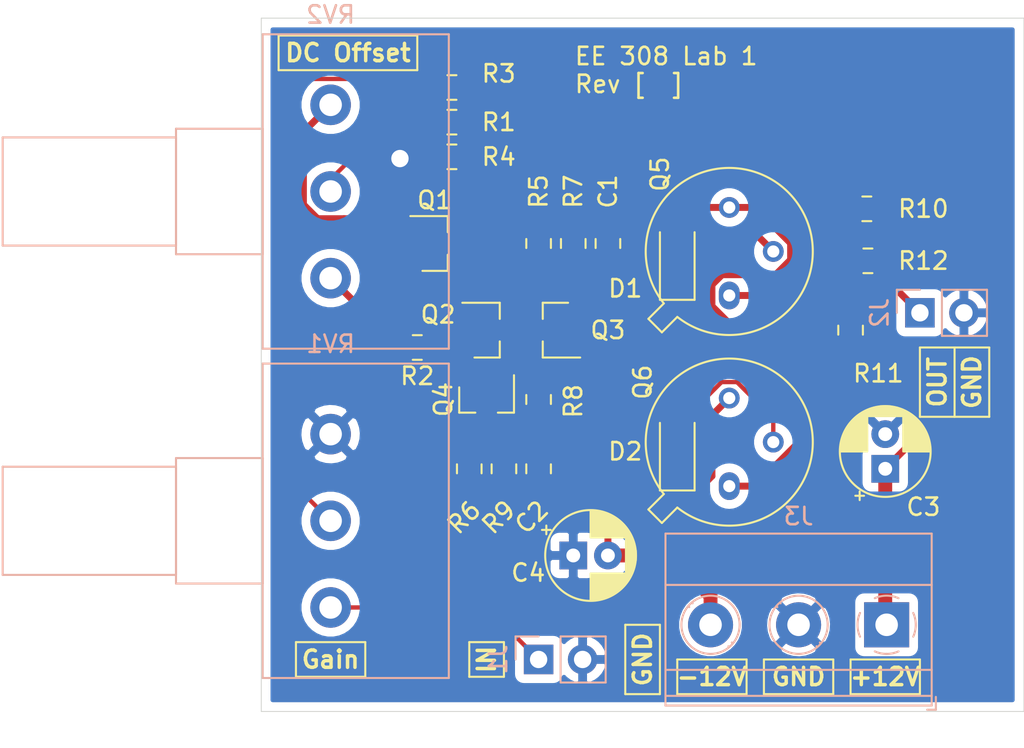
<source format=kicad_pcb>
(kicad_pcb (version 20171130) (host pcbnew "(5.1.9)-1")

  (general
    (thickness 1.6)
    (drawings 48)
    (tracks 136)
    (zones 0)
    (modules 29)
    (nets 20)
  )

  (page A4)
  (layers
    (0 F.Cu signal)
    (31 B.Cu signal)
    (32 B.Adhes user)
    (33 F.Adhes user)
    (34 B.Paste user)
    (35 F.Paste user)
    (36 B.SilkS user)
    (37 F.SilkS user)
    (38 B.Mask user)
    (39 F.Mask user)
    (40 Dwgs.User user)
    (41 Cmts.User user)
    (42 Eco1.User user)
    (43 Eco2.User user)
    (44 Edge.Cuts user)
    (45 Margin user)
    (46 B.CrtYd user)
    (47 F.CrtYd user)
    (48 B.Fab user)
    (49 F.Fab user)
  )

  (setup
    (last_trace_width 0.25)
    (user_trace_width 0.4)
    (user_trace_width 0.8)
    (trace_clearance 0.2)
    (zone_clearance 0.508)
    (zone_45_only no)
    (trace_min 0.2)
    (via_size 0.8)
    (via_drill 0.4)
    (via_min_size 0.4)
    (via_min_drill 0.3)
    (user_via 2 1)
    (uvia_size 0.3)
    (uvia_drill 0.1)
    (uvias_allowed no)
    (uvia_min_size 0.2)
    (uvia_min_drill 0.1)
    (edge_width 0.05)
    (segment_width 0.2)
    (pcb_text_width 0.3)
    (pcb_text_size 1.5 1.5)
    (mod_edge_width 0.12)
    (mod_text_size 1 1)
    (mod_text_width 0.15)
    (pad_size 1.524 1.524)
    (pad_drill 0.762)
    (pad_to_mask_clearance 0)
    (aux_axis_origin 0 0)
    (visible_elements 7FFFFFFF)
    (pcbplotparams
      (layerselection 0x010fc_ffffffff)
      (usegerberextensions false)
      (usegerberattributes true)
      (usegerberadvancedattributes true)
      (creategerberjobfile true)
      (excludeedgelayer true)
      (linewidth 0.100000)
      (plotframeref false)
      (viasonmask false)
      (mode 1)
      (useauxorigin false)
      (hpglpennumber 1)
      (hpglpenspeed 20)
      (hpglpendiameter 15.000000)
      (psnegative false)
      (psa4output false)
      (plotreference true)
      (plotvalue true)
      (plotinvisibletext false)
      (padsonsilk false)
      (subtractmaskfromsilk false)
      (outputformat 1)
      (mirror false)
      (drillshape 1)
      (scaleselection 1)
      (outputdirectory ""))
  )

  (net 0 "")
  (net 1 "Net-(C1-Pad2)")
  (net 2 +12V)
  (net 3 "Net-(C2-Pad1)")
  (net 4 -12V)
  (net 5 GND)
  (net 6 "Net-(D1-Pad2)")
  (net 7 "Net-(D1-Pad1)")
  (net 8 "Net-(D2-Pad1)")
  (net 9 /SIG_IN)
  (net 10 /SIG_OUT)
  (net 11 "Net-(Q1-Pad2)")
  (net 12 "Net-(Q1-Pad1)")
  (net 13 "Net-(Q2-Pad3)")
  (net 14 "Net-(Q5-Pad1)")
  (net 15 "Net-(Q6-Pad1)")
  (net 16 "Net-(R1-Pad2)")
  (net 17 "Net-(R10-Pad2)")
  (net 18 "Net-(Q2-Pad1)")
  (net 19 "Net-(Q4-Pad2)")

  (net_class Default "This is the default net class."
    (clearance 0.2)
    (trace_width 0.25)
    (via_dia 0.8)
    (via_drill 0.4)
    (uvia_dia 0.3)
    (uvia_drill 0.1)
    (add_net +12V)
    (add_net -12V)
    (add_net /SIG_IN)
    (add_net /SIG_OUT)
    (add_net GND)
    (add_net "Net-(C1-Pad2)")
    (add_net "Net-(C2-Pad1)")
    (add_net "Net-(D1-Pad1)")
    (add_net "Net-(D1-Pad2)")
    (add_net "Net-(D2-Pad1)")
    (add_net "Net-(Q1-Pad1)")
    (add_net "Net-(Q1-Pad2)")
    (add_net "Net-(Q2-Pad1)")
    (add_net "Net-(Q2-Pad3)")
    (add_net "Net-(Q4-Pad2)")
    (add_net "Net-(Q5-Pad1)")
    (add_net "Net-(Q6-Pad1)")
    (add_net "Net-(R1-Pad2)")
    (add_net "Net-(R10-Pad2)")
  )

  (module Package_TO_SOT_SMD:SOT-23 (layer F.Cu) (tedit 5A02FF57) (tstamp 60796C72)
    (at 61 63 270)
    (descr "SOT-23, Standard")
    (tags SOT-23)
    (path /607CF60D)
    (attr smd)
    (fp_text reference Q4 (at 0 2.5 90) (layer F.SilkS)
      (effects (font (size 1 1) (thickness 0.15)))
    )
    (fp_text value MMBT3904 (at 0 2.5 90) (layer F.Fab)
      (effects (font (size 1 1) (thickness 0.15)))
    )
    (fp_line (start 0.76 1.58) (end -0.7 1.58) (layer F.SilkS) (width 0.12))
    (fp_line (start 0.76 -1.58) (end -1.4 -1.58) (layer F.SilkS) (width 0.12))
    (fp_line (start -1.7 1.75) (end -1.7 -1.75) (layer F.CrtYd) (width 0.05))
    (fp_line (start 1.7 1.75) (end -1.7 1.75) (layer F.CrtYd) (width 0.05))
    (fp_line (start 1.7 -1.75) (end 1.7 1.75) (layer F.CrtYd) (width 0.05))
    (fp_line (start -1.7 -1.75) (end 1.7 -1.75) (layer F.CrtYd) (width 0.05))
    (fp_line (start 0.76 -1.58) (end 0.76 -0.65) (layer F.SilkS) (width 0.12))
    (fp_line (start 0.76 1.58) (end 0.76 0.65) (layer F.SilkS) (width 0.12))
    (fp_line (start -0.7 1.52) (end 0.7 1.52) (layer F.Fab) (width 0.1))
    (fp_line (start 0.7 -1.52) (end 0.7 1.52) (layer F.Fab) (width 0.1))
    (fp_line (start -0.7 -0.95) (end -0.15 -1.52) (layer F.Fab) (width 0.1))
    (fp_line (start -0.15 -1.52) (end 0.7 -1.52) (layer F.Fab) (width 0.1))
    (fp_line (start -0.7 -0.95) (end -0.7 1.5) (layer F.Fab) (width 0.1))
    (fp_text user %R (at 0 0) (layer F.Fab)
      (effects (font (size 0.5 0.5) (thickness 0.075)))
    )
    (pad 3 smd rect (at 1 0 270) (size 0.9 0.8) (layers F.Cu F.Paste F.Mask)
      (net 8 "Net-(D2-Pad1)"))
    (pad 2 smd rect (at -1 0.95 270) (size 0.9 0.8) (layers F.Cu F.Paste F.Mask)
      (net 19 "Net-(Q4-Pad2)"))
    (pad 1 smd rect (at -1 -0.95 270) (size 0.9 0.8) (layers F.Cu F.Paste F.Mask)
      (net 3 "Net-(C2-Pad1)"))
    (model ${KISYS3DMOD}/Package_TO_SOT_SMD.3dshapes/SOT-23.wrl
      (at (xyz 0 0 0))
      (scale (xyz 1 1 1))
      (rotate (xyz 0 0 0))
    )
  )

  (module Package_TO_SOT_SMD:SOT-23 (layer F.Cu) (tedit 5A02FF57) (tstamp 60796C5D)
    (at 65 59 180)
    (descr "SOT-23, Standard")
    (tags SOT-23)
    (path /607CDA55)
    (attr smd)
    (fp_text reference Q3 (at -3 0 180) (layer F.SilkS)
      (effects (font (size 1 1) (thickness 0.15)))
    )
    (fp_text value MMBT3906 (at 0 2.5) (layer F.Fab)
      (effects (font (size 1 1) (thickness 0.15)))
    )
    (fp_line (start 0.76 1.58) (end -0.7 1.58) (layer F.SilkS) (width 0.12))
    (fp_line (start 0.76 -1.58) (end -1.4 -1.58) (layer F.SilkS) (width 0.12))
    (fp_line (start -1.7 1.75) (end -1.7 -1.75) (layer F.CrtYd) (width 0.05))
    (fp_line (start 1.7 1.75) (end -1.7 1.75) (layer F.CrtYd) (width 0.05))
    (fp_line (start 1.7 -1.75) (end 1.7 1.75) (layer F.CrtYd) (width 0.05))
    (fp_line (start -1.7 -1.75) (end 1.7 -1.75) (layer F.CrtYd) (width 0.05))
    (fp_line (start 0.76 -1.58) (end 0.76 -0.65) (layer F.SilkS) (width 0.12))
    (fp_line (start 0.76 1.58) (end 0.76 0.65) (layer F.SilkS) (width 0.12))
    (fp_line (start -0.7 1.52) (end 0.7 1.52) (layer F.Fab) (width 0.1))
    (fp_line (start 0.7 -1.52) (end 0.7 1.52) (layer F.Fab) (width 0.1))
    (fp_line (start -0.7 -0.95) (end -0.15 -1.52) (layer F.Fab) (width 0.1))
    (fp_line (start -0.15 -1.52) (end 0.7 -1.52) (layer F.Fab) (width 0.1))
    (fp_line (start -0.7 -0.95) (end -0.7 1.5) (layer F.Fab) (width 0.1))
    (fp_text user %R (at 0 0 90) (layer F.Fab)
      (effects (font (size 0.5 0.5) (thickness 0.075)))
    )
    (pad 3 smd rect (at 1 0 180) (size 0.9 0.8) (layers F.Cu F.Paste F.Mask)
      (net 6 "Net-(D1-Pad2)"))
    (pad 2 smd rect (at -1 0.95 180) (size 0.9 0.8) (layers F.Cu F.Paste F.Mask)
      (net 13 "Net-(Q2-Pad3)"))
    (pad 1 smd rect (at -1 -0.95 180) (size 0.9 0.8) (layers F.Cu F.Paste F.Mask)
      (net 1 "Net-(C1-Pad2)"))
    (model ${KISYS3DMOD}/Package_TO_SOT_SMD.3dshapes/SOT-23.wrl
      (at (xyz 0 0 0))
      (scale (xyz 1 1 1))
      (rotate (xyz 0 0 0))
    )
  )

  (module Package_TO_SOT_SMD:SOT-23 (layer F.Cu) (tedit 5A02FF57) (tstamp 60796C48)
    (at 61 59)
    (descr "SOT-23, Standard")
    (tags SOT-23)
    (path /607CC54E)
    (attr smd)
    (fp_text reference Q2 (at -2.8 -0.9) (layer F.SilkS)
      (effects (font (size 1 1) (thickness 0.15)))
    )
    (fp_text value MMBT3904 (at 0 2.5) (layer F.Fab)
      (effects (font (size 1 1) (thickness 0.15)))
    )
    (fp_line (start 0.76 1.58) (end -0.7 1.58) (layer F.SilkS) (width 0.12))
    (fp_line (start 0.76 -1.58) (end -1.4 -1.58) (layer F.SilkS) (width 0.12))
    (fp_line (start -1.7 1.75) (end -1.7 -1.75) (layer F.CrtYd) (width 0.05))
    (fp_line (start 1.7 1.75) (end -1.7 1.75) (layer F.CrtYd) (width 0.05))
    (fp_line (start 1.7 -1.75) (end 1.7 1.75) (layer F.CrtYd) (width 0.05))
    (fp_line (start -1.7 -1.75) (end 1.7 -1.75) (layer F.CrtYd) (width 0.05))
    (fp_line (start 0.76 -1.58) (end 0.76 -0.65) (layer F.SilkS) (width 0.12))
    (fp_line (start 0.76 1.58) (end 0.76 0.65) (layer F.SilkS) (width 0.12))
    (fp_line (start -0.7 1.52) (end 0.7 1.52) (layer F.Fab) (width 0.1))
    (fp_line (start 0.7 -1.52) (end 0.7 1.52) (layer F.Fab) (width 0.1))
    (fp_line (start -0.7 -0.95) (end -0.15 -1.52) (layer F.Fab) (width 0.1))
    (fp_line (start -0.15 -1.52) (end 0.7 -1.52) (layer F.Fab) (width 0.1))
    (fp_line (start -0.7 -0.95) (end -0.7 1.5) (layer F.Fab) (width 0.1))
    (fp_text user %R (at 0 0 90) (layer F.Fab)
      (effects (font (size 0.5 0.5) (thickness 0.075)))
    )
    (pad 3 smd rect (at 1 0) (size 0.9 0.8) (layers F.Cu F.Paste F.Mask)
      (net 13 "Net-(Q2-Pad3)"))
    (pad 2 smd rect (at -1 0.95) (size 0.9 0.8) (layers F.Cu F.Paste F.Mask)
      (net 11 "Net-(Q1-Pad2)"))
    (pad 1 smd rect (at -1 -0.95) (size 0.9 0.8) (layers F.Cu F.Paste F.Mask)
      (net 18 "Net-(Q2-Pad1)"))
    (model ${KISYS3DMOD}/Package_TO_SOT_SMD.3dshapes/SOT-23.wrl
      (at (xyz 0 0 0))
      (scale (xyz 1 1 1))
      (rotate (xyz 0 0 0))
    )
  )

  (module Package_TO_SOT_SMD:SOT-23 (layer F.Cu) (tedit 5A02FF57) (tstamp 60796C33)
    (at 58 54)
    (descr "SOT-23, Standard")
    (tags SOT-23)
    (path /607CBBC3)
    (attr smd)
    (fp_text reference Q1 (at 0 -2.5) (layer F.SilkS)
      (effects (font (size 1 1) (thickness 0.15)))
    )
    (fp_text value MMBT3904 (at 0 2.5) (layer F.Fab)
      (effects (font (size 1 1) (thickness 0.15)))
    )
    (fp_line (start 0.76 1.58) (end -0.7 1.58) (layer F.SilkS) (width 0.12))
    (fp_line (start 0.76 -1.58) (end -1.4 -1.58) (layer F.SilkS) (width 0.12))
    (fp_line (start -1.7 1.75) (end -1.7 -1.75) (layer F.CrtYd) (width 0.05))
    (fp_line (start 1.7 1.75) (end -1.7 1.75) (layer F.CrtYd) (width 0.05))
    (fp_line (start 1.7 -1.75) (end 1.7 1.75) (layer F.CrtYd) (width 0.05))
    (fp_line (start -1.7 -1.75) (end 1.7 -1.75) (layer F.CrtYd) (width 0.05))
    (fp_line (start 0.76 -1.58) (end 0.76 -0.65) (layer F.SilkS) (width 0.12))
    (fp_line (start 0.76 1.58) (end 0.76 0.65) (layer F.SilkS) (width 0.12))
    (fp_line (start -0.7 1.52) (end 0.7 1.52) (layer F.Fab) (width 0.1))
    (fp_line (start 0.7 -1.52) (end 0.7 1.52) (layer F.Fab) (width 0.1))
    (fp_line (start -0.7 -0.95) (end -0.15 -1.52) (layer F.Fab) (width 0.1))
    (fp_line (start -0.15 -1.52) (end 0.7 -1.52) (layer F.Fab) (width 0.1))
    (fp_line (start -0.7 -0.95) (end -0.7 1.5) (layer F.Fab) (width 0.1))
    (fp_text user %R (at 0 0 90) (layer F.Fab)
      (effects (font (size 0.5 0.5) (thickness 0.075)))
    )
    (pad 3 smd rect (at 1 0) (size 0.9 0.8) (layers F.Cu F.Paste F.Mask)
      (net 2 +12V))
    (pad 2 smd rect (at -1 0.95) (size 0.9 0.8) (layers F.Cu F.Paste F.Mask)
      (net 11 "Net-(Q1-Pad2)"))
    (pad 1 smd rect (at -1 -0.95) (size 0.9 0.8) (layers F.Cu F.Paste F.Mask)
      (net 12 "Net-(Q1-Pad1)"))
    (model ${KISYS3DMOD}/Package_TO_SOT_SMD.3dshapes/SOT-23.wrl
      (at (xyz 0 0 0))
      (scale (xyz 1 1 1))
      (rotate (xyz 0 0 0))
    )
  )

  (module Connector_PinHeader_2.54mm:PinHeader_1x02_P2.54mm_Vertical (layer B.Cu) (tedit 59FED5CC) (tstamp 60793186)
    (at 86 58 270)
    (descr "Through hole straight pin header, 1x02, 2.54mm pitch, single row")
    (tags "Through hole pin header THT 1x02 2.54mm single row")
    (path /607B4756)
    (fp_text reference J2 (at 0 2.33 90) (layer B.SilkS)
      (effects (font (size 1 1) (thickness 0.15)) (justify mirror))
    )
    (fp_text value Conn_Coaxial (at 0 -4.87 90) (layer B.Fab)
      (effects (font (size 1 1) (thickness 0.15)) (justify mirror))
    )
    (fp_line (start 1.8 1.8) (end -1.8 1.8) (layer B.CrtYd) (width 0.05))
    (fp_line (start 1.8 -4.35) (end 1.8 1.8) (layer B.CrtYd) (width 0.05))
    (fp_line (start -1.8 -4.35) (end 1.8 -4.35) (layer B.CrtYd) (width 0.05))
    (fp_line (start -1.8 1.8) (end -1.8 -4.35) (layer B.CrtYd) (width 0.05))
    (fp_line (start -1.33 1.33) (end 0 1.33) (layer B.SilkS) (width 0.12))
    (fp_line (start -1.33 0) (end -1.33 1.33) (layer B.SilkS) (width 0.12))
    (fp_line (start -1.33 -1.27) (end 1.33 -1.27) (layer B.SilkS) (width 0.12))
    (fp_line (start 1.33 -1.27) (end 1.33 -3.87) (layer B.SilkS) (width 0.12))
    (fp_line (start -1.33 -1.27) (end -1.33 -3.87) (layer B.SilkS) (width 0.12))
    (fp_line (start -1.33 -3.87) (end 1.33 -3.87) (layer B.SilkS) (width 0.12))
    (fp_line (start -1.27 0.635) (end -0.635 1.27) (layer B.Fab) (width 0.1))
    (fp_line (start -1.27 -3.81) (end -1.27 0.635) (layer B.Fab) (width 0.1))
    (fp_line (start 1.27 -3.81) (end -1.27 -3.81) (layer B.Fab) (width 0.1))
    (fp_line (start 1.27 1.27) (end 1.27 -3.81) (layer B.Fab) (width 0.1))
    (fp_line (start -0.635 1.27) (end 1.27 1.27) (layer B.Fab) (width 0.1))
    (fp_text user %R (at 0 -1.27 180) (layer B.Fab)
      (effects (font (size 1 1) (thickness 0.15)) (justify mirror))
    )
    (pad 2 thru_hole oval (at 0 -2.54 270) (size 1.7 1.7) (drill 1) (layers *.Cu *.Mask)
      (net 5 GND))
    (pad 1 thru_hole rect (at 0 0 270) (size 1.7 1.7) (drill 1) (layers *.Cu *.Mask)
      (net 10 /SIG_OUT))
    (model ${KISYS3DMOD}/Connector_PinHeader_2.54mm.3dshapes/PinHeader_1x02_P2.54mm_Vertical.wrl
      (at (xyz 0 0 0))
      (scale (xyz 1 1 1))
      (rotate (xyz 0 0 0))
    )
  )

  (module Connector_PinHeader_2.54mm:PinHeader_1x02_P2.54mm_Vertical (layer B.Cu) (tedit 59FED5CC) (tstamp 60793172)
    (at 64 78 270)
    (descr "Through hole straight pin header, 1x02, 2.54mm pitch, single row")
    (tags "Through hole pin header THT 1x02 2.54mm single row")
    (path /60767DD8)
    (fp_text reference J1 (at 0 2.33 90) (layer B.SilkS)
      (effects (font (size 1 1) (thickness 0.15)) (justify mirror))
    )
    (fp_text value Conn_Coaxial (at 0 -4.87 90) (layer B.Fab)
      (effects (font (size 1 1) (thickness 0.15)) (justify mirror))
    )
    (fp_line (start 1.8 1.8) (end -1.8 1.8) (layer B.CrtYd) (width 0.05))
    (fp_line (start 1.8 -4.35) (end 1.8 1.8) (layer B.CrtYd) (width 0.05))
    (fp_line (start -1.8 -4.35) (end 1.8 -4.35) (layer B.CrtYd) (width 0.05))
    (fp_line (start -1.8 1.8) (end -1.8 -4.35) (layer B.CrtYd) (width 0.05))
    (fp_line (start -1.33 1.33) (end 0 1.33) (layer B.SilkS) (width 0.12))
    (fp_line (start -1.33 0) (end -1.33 1.33) (layer B.SilkS) (width 0.12))
    (fp_line (start -1.33 -1.27) (end 1.33 -1.27) (layer B.SilkS) (width 0.12))
    (fp_line (start 1.33 -1.27) (end 1.33 -3.87) (layer B.SilkS) (width 0.12))
    (fp_line (start -1.33 -1.27) (end -1.33 -3.87) (layer B.SilkS) (width 0.12))
    (fp_line (start -1.33 -3.87) (end 1.33 -3.87) (layer B.SilkS) (width 0.12))
    (fp_line (start -1.27 0.635) (end -0.635 1.27) (layer B.Fab) (width 0.1))
    (fp_line (start -1.27 -3.81) (end -1.27 0.635) (layer B.Fab) (width 0.1))
    (fp_line (start 1.27 -3.81) (end -1.27 -3.81) (layer B.Fab) (width 0.1))
    (fp_line (start 1.27 1.27) (end 1.27 -3.81) (layer B.Fab) (width 0.1))
    (fp_line (start -0.635 1.27) (end 1.27 1.27) (layer B.Fab) (width 0.1))
    (fp_text user %R (at 0 -1.27 180) (layer B.Fab)
      (effects (font (size 1 1) (thickness 0.15)) (justify mirror))
    )
    (pad 2 thru_hole oval (at 0 -2.54 270) (size 1.7 1.7) (drill 1) (layers *.Cu *.Mask)
      (net 5 GND))
    (pad 1 thru_hole rect (at 0 0 270) (size 1.7 1.7) (drill 1) (layers *.Cu *.Mask)
      (net 9 /SIG_IN))
    (model ${KISYS3DMOD}/Connector_PinHeader_2.54mm.3dshapes/PinHeader_1x02_P2.54mm_Vertical.wrl
      (at (xyz 0 0 0))
      (scale (xyz 1 1 1))
      (rotate (xyz 0 0 0))
    )
  )

  (module Capacitor_SMD:C_0805_2012Metric (layer F.Cu) (tedit 5B36C52B) (tstamp 60793015)
    (at 68 54 270)
    (descr "Capacitor SMD 0805 (2012 Metric), square (rectangular) end terminal, IPC_7351 nominal, (Body size source: https://docs.google.com/spreadsheets/d/1BsfQQcO9C6DZCsRaXUlFlo91Tg2WpOkGARC1WS5S8t0/edit?usp=sharing), generated with kicad-footprint-generator")
    (tags capacitor)
    (path /60756BE7)
    (attr smd)
    (fp_text reference C1 (at -3 0 90) (layer F.SilkS)
      (effects (font (size 1 1) (thickness 0.15)))
    )
    (fp_text value 0.1uF (at 0 1.65 90) (layer F.Fab)
      (effects (font (size 1 1) (thickness 0.15)))
    )
    (fp_line (start 1.68 0.95) (end -1.68 0.95) (layer F.CrtYd) (width 0.05))
    (fp_line (start 1.68 -0.95) (end 1.68 0.95) (layer F.CrtYd) (width 0.05))
    (fp_line (start -1.68 -0.95) (end 1.68 -0.95) (layer F.CrtYd) (width 0.05))
    (fp_line (start -1.68 0.95) (end -1.68 -0.95) (layer F.CrtYd) (width 0.05))
    (fp_line (start -0.258578 0.71) (end 0.258578 0.71) (layer F.SilkS) (width 0.12))
    (fp_line (start -0.258578 -0.71) (end 0.258578 -0.71) (layer F.SilkS) (width 0.12))
    (fp_line (start 1 0.6) (end -1 0.6) (layer F.Fab) (width 0.1))
    (fp_line (start 1 -0.6) (end 1 0.6) (layer F.Fab) (width 0.1))
    (fp_line (start -1 -0.6) (end 1 -0.6) (layer F.Fab) (width 0.1))
    (fp_line (start -1 0.6) (end -1 -0.6) (layer F.Fab) (width 0.1))
    (fp_text user %R (at 0 0 90) (layer F.Fab)
      (effects (font (size 0.5 0.5) (thickness 0.08)))
    )
    (pad 2 smd roundrect (at 0.9375 0 270) (size 0.975 1.4) (layers F.Cu F.Paste F.Mask) (roundrect_rratio 0.25)
      (net 1 "Net-(C1-Pad2)"))
    (pad 1 smd roundrect (at -0.9375 0 270) (size 0.975 1.4) (layers F.Cu F.Paste F.Mask) (roundrect_rratio 0.25)
      (net 2 +12V))
    (model ${KISYS3DMOD}/Capacitor_SMD.3dshapes/C_0805_2012Metric.wrl
      (at (xyz 0 0 0))
      (scale (xyz 1 1 1))
      (rotate (xyz 0 0 0))
    )
  )

  (module Capacitor_SMD:C_0805_2012Metric (layer F.Cu) (tedit 5B36C52B) (tstamp 60793026)
    (at 64 67 270)
    (descr "Capacitor SMD 0805 (2012 Metric), square (rectangular) end terminal, IPC_7351 nominal, (Body size source: https://docs.google.com/spreadsheets/d/1BsfQQcO9C6DZCsRaXUlFlo91Tg2WpOkGARC1WS5S8t0/edit?usp=sharing), generated with kicad-footprint-generator")
    (tags capacitor)
    (path /607946E8)
    (attr smd)
    (fp_text reference C2 (at 2.8 0.4 225) (layer F.SilkS)
      (effects (font (size 1 1) (thickness 0.15)))
    )
    (fp_text value 0.1uF (at 0 1.65 90) (layer F.Fab)
      (effects (font (size 1 1) (thickness 0.15)))
    )
    (fp_line (start -1 0.6) (end -1 -0.6) (layer F.Fab) (width 0.1))
    (fp_line (start -1 -0.6) (end 1 -0.6) (layer F.Fab) (width 0.1))
    (fp_line (start 1 -0.6) (end 1 0.6) (layer F.Fab) (width 0.1))
    (fp_line (start 1 0.6) (end -1 0.6) (layer F.Fab) (width 0.1))
    (fp_line (start -0.258578 -0.71) (end 0.258578 -0.71) (layer F.SilkS) (width 0.12))
    (fp_line (start -0.258578 0.71) (end 0.258578 0.71) (layer F.SilkS) (width 0.12))
    (fp_line (start -1.68 0.95) (end -1.68 -0.95) (layer F.CrtYd) (width 0.05))
    (fp_line (start -1.68 -0.95) (end 1.68 -0.95) (layer F.CrtYd) (width 0.05))
    (fp_line (start 1.68 -0.95) (end 1.68 0.95) (layer F.CrtYd) (width 0.05))
    (fp_line (start 1.68 0.95) (end -1.68 0.95) (layer F.CrtYd) (width 0.05))
    (fp_text user %R (at 0 0 90) (layer F.Fab)
      (effects (font (size 0.5 0.5) (thickness 0.08)))
    )
    (pad 1 smd roundrect (at -0.9375 0 270) (size 0.975 1.4) (layers F.Cu F.Paste F.Mask) (roundrect_rratio 0.25)
      (net 3 "Net-(C2-Pad1)"))
    (pad 2 smd roundrect (at 0.9375 0 270) (size 0.975 1.4) (layers F.Cu F.Paste F.Mask) (roundrect_rratio 0.25)
      (net 4 -12V))
    (model ${KISYS3DMOD}/Capacitor_SMD.3dshapes/C_0805_2012Metric.wrl
      (at (xyz 0 0 0))
      (scale (xyz 1 1 1))
      (rotate (xyz 0 0 0))
    )
  )

  (module Capacitor_THT:CP_Radial_D5.0mm_P2.00mm (layer F.Cu) (tedit 5AE50EF0) (tstamp 607930A9)
    (at 84 67 90)
    (descr "CP, Radial series, Radial, pin pitch=2.00mm, , diameter=5mm, Electrolytic Capacitor")
    (tags "CP Radial series Radial pin pitch 2.00mm  diameter 5mm Electrolytic Capacitor")
    (path /60799429)
    (fp_text reference C3 (at -2.2 2.2 180) (layer F.SilkS)
      (effects (font (size 1 1) (thickness 0.15)))
    )
    (fp_text value 100uF (at 1 3.75 90) (layer F.Fab)
      (effects (font (size 1 1) (thickness 0.15)))
    )
    (fp_circle (center 1 0) (end 3.5 0) (layer F.Fab) (width 0.1))
    (fp_circle (center 1 0) (end 3.62 0) (layer F.SilkS) (width 0.12))
    (fp_circle (center 1 0) (end 3.75 0) (layer F.CrtYd) (width 0.05))
    (fp_line (start -1.133605 -1.0875) (end -0.633605 -1.0875) (layer F.Fab) (width 0.1))
    (fp_line (start -0.883605 -1.3375) (end -0.883605 -0.8375) (layer F.Fab) (width 0.1))
    (fp_line (start 1 1.04) (end 1 2.58) (layer F.SilkS) (width 0.12))
    (fp_line (start 1 -2.58) (end 1 -1.04) (layer F.SilkS) (width 0.12))
    (fp_line (start 1.04 1.04) (end 1.04 2.58) (layer F.SilkS) (width 0.12))
    (fp_line (start 1.04 -2.58) (end 1.04 -1.04) (layer F.SilkS) (width 0.12))
    (fp_line (start 1.08 -2.579) (end 1.08 -1.04) (layer F.SilkS) (width 0.12))
    (fp_line (start 1.08 1.04) (end 1.08 2.579) (layer F.SilkS) (width 0.12))
    (fp_line (start 1.12 -2.578) (end 1.12 -1.04) (layer F.SilkS) (width 0.12))
    (fp_line (start 1.12 1.04) (end 1.12 2.578) (layer F.SilkS) (width 0.12))
    (fp_line (start 1.16 -2.576) (end 1.16 -1.04) (layer F.SilkS) (width 0.12))
    (fp_line (start 1.16 1.04) (end 1.16 2.576) (layer F.SilkS) (width 0.12))
    (fp_line (start 1.2 -2.573) (end 1.2 -1.04) (layer F.SilkS) (width 0.12))
    (fp_line (start 1.2 1.04) (end 1.2 2.573) (layer F.SilkS) (width 0.12))
    (fp_line (start 1.24 -2.569) (end 1.24 -1.04) (layer F.SilkS) (width 0.12))
    (fp_line (start 1.24 1.04) (end 1.24 2.569) (layer F.SilkS) (width 0.12))
    (fp_line (start 1.28 -2.565) (end 1.28 -1.04) (layer F.SilkS) (width 0.12))
    (fp_line (start 1.28 1.04) (end 1.28 2.565) (layer F.SilkS) (width 0.12))
    (fp_line (start 1.32 -2.561) (end 1.32 -1.04) (layer F.SilkS) (width 0.12))
    (fp_line (start 1.32 1.04) (end 1.32 2.561) (layer F.SilkS) (width 0.12))
    (fp_line (start 1.36 -2.556) (end 1.36 -1.04) (layer F.SilkS) (width 0.12))
    (fp_line (start 1.36 1.04) (end 1.36 2.556) (layer F.SilkS) (width 0.12))
    (fp_line (start 1.4 -2.55) (end 1.4 -1.04) (layer F.SilkS) (width 0.12))
    (fp_line (start 1.4 1.04) (end 1.4 2.55) (layer F.SilkS) (width 0.12))
    (fp_line (start 1.44 -2.543) (end 1.44 -1.04) (layer F.SilkS) (width 0.12))
    (fp_line (start 1.44 1.04) (end 1.44 2.543) (layer F.SilkS) (width 0.12))
    (fp_line (start 1.48 -2.536) (end 1.48 -1.04) (layer F.SilkS) (width 0.12))
    (fp_line (start 1.48 1.04) (end 1.48 2.536) (layer F.SilkS) (width 0.12))
    (fp_line (start 1.52 -2.528) (end 1.52 -1.04) (layer F.SilkS) (width 0.12))
    (fp_line (start 1.52 1.04) (end 1.52 2.528) (layer F.SilkS) (width 0.12))
    (fp_line (start 1.56 -2.52) (end 1.56 -1.04) (layer F.SilkS) (width 0.12))
    (fp_line (start 1.56 1.04) (end 1.56 2.52) (layer F.SilkS) (width 0.12))
    (fp_line (start 1.6 -2.511) (end 1.6 -1.04) (layer F.SilkS) (width 0.12))
    (fp_line (start 1.6 1.04) (end 1.6 2.511) (layer F.SilkS) (width 0.12))
    (fp_line (start 1.64 -2.501) (end 1.64 -1.04) (layer F.SilkS) (width 0.12))
    (fp_line (start 1.64 1.04) (end 1.64 2.501) (layer F.SilkS) (width 0.12))
    (fp_line (start 1.68 -2.491) (end 1.68 -1.04) (layer F.SilkS) (width 0.12))
    (fp_line (start 1.68 1.04) (end 1.68 2.491) (layer F.SilkS) (width 0.12))
    (fp_line (start 1.721 -2.48) (end 1.721 -1.04) (layer F.SilkS) (width 0.12))
    (fp_line (start 1.721 1.04) (end 1.721 2.48) (layer F.SilkS) (width 0.12))
    (fp_line (start 1.761 -2.468) (end 1.761 -1.04) (layer F.SilkS) (width 0.12))
    (fp_line (start 1.761 1.04) (end 1.761 2.468) (layer F.SilkS) (width 0.12))
    (fp_line (start 1.801 -2.455) (end 1.801 -1.04) (layer F.SilkS) (width 0.12))
    (fp_line (start 1.801 1.04) (end 1.801 2.455) (layer F.SilkS) (width 0.12))
    (fp_line (start 1.841 -2.442) (end 1.841 -1.04) (layer F.SilkS) (width 0.12))
    (fp_line (start 1.841 1.04) (end 1.841 2.442) (layer F.SilkS) (width 0.12))
    (fp_line (start 1.881 -2.428) (end 1.881 -1.04) (layer F.SilkS) (width 0.12))
    (fp_line (start 1.881 1.04) (end 1.881 2.428) (layer F.SilkS) (width 0.12))
    (fp_line (start 1.921 -2.414) (end 1.921 -1.04) (layer F.SilkS) (width 0.12))
    (fp_line (start 1.921 1.04) (end 1.921 2.414) (layer F.SilkS) (width 0.12))
    (fp_line (start 1.961 -2.398) (end 1.961 -1.04) (layer F.SilkS) (width 0.12))
    (fp_line (start 1.961 1.04) (end 1.961 2.398) (layer F.SilkS) (width 0.12))
    (fp_line (start 2.001 -2.382) (end 2.001 -1.04) (layer F.SilkS) (width 0.12))
    (fp_line (start 2.001 1.04) (end 2.001 2.382) (layer F.SilkS) (width 0.12))
    (fp_line (start 2.041 -2.365) (end 2.041 -1.04) (layer F.SilkS) (width 0.12))
    (fp_line (start 2.041 1.04) (end 2.041 2.365) (layer F.SilkS) (width 0.12))
    (fp_line (start 2.081 -2.348) (end 2.081 -1.04) (layer F.SilkS) (width 0.12))
    (fp_line (start 2.081 1.04) (end 2.081 2.348) (layer F.SilkS) (width 0.12))
    (fp_line (start 2.121 -2.329) (end 2.121 -1.04) (layer F.SilkS) (width 0.12))
    (fp_line (start 2.121 1.04) (end 2.121 2.329) (layer F.SilkS) (width 0.12))
    (fp_line (start 2.161 -2.31) (end 2.161 -1.04) (layer F.SilkS) (width 0.12))
    (fp_line (start 2.161 1.04) (end 2.161 2.31) (layer F.SilkS) (width 0.12))
    (fp_line (start 2.201 -2.29) (end 2.201 -1.04) (layer F.SilkS) (width 0.12))
    (fp_line (start 2.201 1.04) (end 2.201 2.29) (layer F.SilkS) (width 0.12))
    (fp_line (start 2.241 -2.268) (end 2.241 -1.04) (layer F.SilkS) (width 0.12))
    (fp_line (start 2.241 1.04) (end 2.241 2.268) (layer F.SilkS) (width 0.12))
    (fp_line (start 2.281 -2.247) (end 2.281 -1.04) (layer F.SilkS) (width 0.12))
    (fp_line (start 2.281 1.04) (end 2.281 2.247) (layer F.SilkS) (width 0.12))
    (fp_line (start 2.321 -2.224) (end 2.321 -1.04) (layer F.SilkS) (width 0.12))
    (fp_line (start 2.321 1.04) (end 2.321 2.224) (layer F.SilkS) (width 0.12))
    (fp_line (start 2.361 -2.2) (end 2.361 -1.04) (layer F.SilkS) (width 0.12))
    (fp_line (start 2.361 1.04) (end 2.361 2.2) (layer F.SilkS) (width 0.12))
    (fp_line (start 2.401 -2.175) (end 2.401 -1.04) (layer F.SilkS) (width 0.12))
    (fp_line (start 2.401 1.04) (end 2.401 2.175) (layer F.SilkS) (width 0.12))
    (fp_line (start 2.441 -2.149) (end 2.441 -1.04) (layer F.SilkS) (width 0.12))
    (fp_line (start 2.441 1.04) (end 2.441 2.149) (layer F.SilkS) (width 0.12))
    (fp_line (start 2.481 -2.122) (end 2.481 -1.04) (layer F.SilkS) (width 0.12))
    (fp_line (start 2.481 1.04) (end 2.481 2.122) (layer F.SilkS) (width 0.12))
    (fp_line (start 2.521 -2.095) (end 2.521 -1.04) (layer F.SilkS) (width 0.12))
    (fp_line (start 2.521 1.04) (end 2.521 2.095) (layer F.SilkS) (width 0.12))
    (fp_line (start 2.561 -2.065) (end 2.561 -1.04) (layer F.SilkS) (width 0.12))
    (fp_line (start 2.561 1.04) (end 2.561 2.065) (layer F.SilkS) (width 0.12))
    (fp_line (start 2.601 -2.035) (end 2.601 -1.04) (layer F.SilkS) (width 0.12))
    (fp_line (start 2.601 1.04) (end 2.601 2.035) (layer F.SilkS) (width 0.12))
    (fp_line (start 2.641 -2.004) (end 2.641 -1.04) (layer F.SilkS) (width 0.12))
    (fp_line (start 2.641 1.04) (end 2.641 2.004) (layer F.SilkS) (width 0.12))
    (fp_line (start 2.681 -1.971) (end 2.681 -1.04) (layer F.SilkS) (width 0.12))
    (fp_line (start 2.681 1.04) (end 2.681 1.971) (layer F.SilkS) (width 0.12))
    (fp_line (start 2.721 -1.937) (end 2.721 -1.04) (layer F.SilkS) (width 0.12))
    (fp_line (start 2.721 1.04) (end 2.721 1.937) (layer F.SilkS) (width 0.12))
    (fp_line (start 2.761 -1.901) (end 2.761 -1.04) (layer F.SilkS) (width 0.12))
    (fp_line (start 2.761 1.04) (end 2.761 1.901) (layer F.SilkS) (width 0.12))
    (fp_line (start 2.801 -1.864) (end 2.801 -1.04) (layer F.SilkS) (width 0.12))
    (fp_line (start 2.801 1.04) (end 2.801 1.864) (layer F.SilkS) (width 0.12))
    (fp_line (start 2.841 -1.826) (end 2.841 -1.04) (layer F.SilkS) (width 0.12))
    (fp_line (start 2.841 1.04) (end 2.841 1.826) (layer F.SilkS) (width 0.12))
    (fp_line (start 2.881 -1.785) (end 2.881 -1.04) (layer F.SilkS) (width 0.12))
    (fp_line (start 2.881 1.04) (end 2.881 1.785) (layer F.SilkS) (width 0.12))
    (fp_line (start 2.921 -1.743) (end 2.921 -1.04) (layer F.SilkS) (width 0.12))
    (fp_line (start 2.921 1.04) (end 2.921 1.743) (layer F.SilkS) (width 0.12))
    (fp_line (start 2.961 -1.699) (end 2.961 -1.04) (layer F.SilkS) (width 0.12))
    (fp_line (start 2.961 1.04) (end 2.961 1.699) (layer F.SilkS) (width 0.12))
    (fp_line (start 3.001 -1.653) (end 3.001 -1.04) (layer F.SilkS) (width 0.12))
    (fp_line (start 3.001 1.04) (end 3.001 1.653) (layer F.SilkS) (width 0.12))
    (fp_line (start 3.041 -1.605) (end 3.041 1.605) (layer F.SilkS) (width 0.12))
    (fp_line (start 3.081 -1.554) (end 3.081 1.554) (layer F.SilkS) (width 0.12))
    (fp_line (start 3.121 -1.5) (end 3.121 1.5) (layer F.SilkS) (width 0.12))
    (fp_line (start 3.161 -1.443) (end 3.161 1.443) (layer F.SilkS) (width 0.12))
    (fp_line (start 3.201 -1.383) (end 3.201 1.383) (layer F.SilkS) (width 0.12))
    (fp_line (start 3.241 -1.319) (end 3.241 1.319) (layer F.SilkS) (width 0.12))
    (fp_line (start 3.281 -1.251) (end 3.281 1.251) (layer F.SilkS) (width 0.12))
    (fp_line (start 3.321 -1.178) (end 3.321 1.178) (layer F.SilkS) (width 0.12))
    (fp_line (start 3.361 -1.098) (end 3.361 1.098) (layer F.SilkS) (width 0.12))
    (fp_line (start 3.401 -1.011) (end 3.401 1.011) (layer F.SilkS) (width 0.12))
    (fp_line (start 3.441 -0.915) (end 3.441 0.915) (layer F.SilkS) (width 0.12))
    (fp_line (start 3.481 -0.805) (end 3.481 0.805) (layer F.SilkS) (width 0.12))
    (fp_line (start 3.521 -0.677) (end 3.521 0.677) (layer F.SilkS) (width 0.12))
    (fp_line (start 3.561 -0.518) (end 3.561 0.518) (layer F.SilkS) (width 0.12))
    (fp_line (start 3.601 -0.284) (end 3.601 0.284) (layer F.SilkS) (width 0.12))
    (fp_line (start -1.804775 -1.475) (end -1.304775 -1.475) (layer F.SilkS) (width 0.12))
    (fp_line (start -1.554775 -1.725) (end -1.554775 -1.225) (layer F.SilkS) (width 0.12))
    (fp_text user %R (at 1 0 90) (layer F.Fab)
      (effects (font (size 1 1) (thickness 0.15)))
    )
    (pad 1 thru_hole rect (at 0 0 90) (size 1.6 1.6) (drill 0.8) (layers *.Cu *.Mask)
      (net 2 +12V))
    (pad 2 thru_hole circle (at 2 0 90) (size 1.6 1.6) (drill 0.8) (layers *.Cu *.Mask)
      (net 5 GND))
    (model ${KISYS3DMOD}/Capacitor_THT.3dshapes/CP_Radial_D5.0mm_P2.00mm.wrl
      (at (xyz 0 0 0))
      (scale (xyz 1 1 1))
      (rotate (xyz 0 0 0))
    )
  )

  (module Capacitor_THT:CP_Radial_D5.0mm_P2.00mm (layer F.Cu) (tedit 5AE50EF0) (tstamp 6079312C)
    (at 66 72)
    (descr "CP, Radial series, Radial, pin pitch=2.00mm, , diameter=5mm, Electrolytic Capacitor")
    (tags "CP Radial series Radial pin pitch 2.00mm  diameter 5mm Electrolytic Capacitor")
    (path /6079BC4D)
    (fp_text reference C4 (at -2.6 1) (layer F.SilkS)
      (effects (font (size 1 1) (thickness 0.15)))
    )
    (fp_text value 100uF (at 1 3.75) (layer F.Fab)
      (effects (font (size 1 1) (thickness 0.15)))
    )
    (fp_line (start -1.554775 -1.725) (end -1.554775 -1.225) (layer F.SilkS) (width 0.12))
    (fp_line (start -1.804775 -1.475) (end -1.304775 -1.475) (layer F.SilkS) (width 0.12))
    (fp_line (start 3.601 -0.284) (end 3.601 0.284) (layer F.SilkS) (width 0.12))
    (fp_line (start 3.561 -0.518) (end 3.561 0.518) (layer F.SilkS) (width 0.12))
    (fp_line (start 3.521 -0.677) (end 3.521 0.677) (layer F.SilkS) (width 0.12))
    (fp_line (start 3.481 -0.805) (end 3.481 0.805) (layer F.SilkS) (width 0.12))
    (fp_line (start 3.441 -0.915) (end 3.441 0.915) (layer F.SilkS) (width 0.12))
    (fp_line (start 3.401 -1.011) (end 3.401 1.011) (layer F.SilkS) (width 0.12))
    (fp_line (start 3.361 -1.098) (end 3.361 1.098) (layer F.SilkS) (width 0.12))
    (fp_line (start 3.321 -1.178) (end 3.321 1.178) (layer F.SilkS) (width 0.12))
    (fp_line (start 3.281 -1.251) (end 3.281 1.251) (layer F.SilkS) (width 0.12))
    (fp_line (start 3.241 -1.319) (end 3.241 1.319) (layer F.SilkS) (width 0.12))
    (fp_line (start 3.201 -1.383) (end 3.201 1.383) (layer F.SilkS) (width 0.12))
    (fp_line (start 3.161 -1.443) (end 3.161 1.443) (layer F.SilkS) (width 0.12))
    (fp_line (start 3.121 -1.5) (end 3.121 1.5) (layer F.SilkS) (width 0.12))
    (fp_line (start 3.081 -1.554) (end 3.081 1.554) (layer F.SilkS) (width 0.12))
    (fp_line (start 3.041 -1.605) (end 3.041 1.605) (layer F.SilkS) (width 0.12))
    (fp_line (start 3.001 1.04) (end 3.001 1.653) (layer F.SilkS) (width 0.12))
    (fp_line (start 3.001 -1.653) (end 3.001 -1.04) (layer F.SilkS) (width 0.12))
    (fp_line (start 2.961 1.04) (end 2.961 1.699) (layer F.SilkS) (width 0.12))
    (fp_line (start 2.961 -1.699) (end 2.961 -1.04) (layer F.SilkS) (width 0.12))
    (fp_line (start 2.921 1.04) (end 2.921 1.743) (layer F.SilkS) (width 0.12))
    (fp_line (start 2.921 -1.743) (end 2.921 -1.04) (layer F.SilkS) (width 0.12))
    (fp_line (start 2.881 1.04) (end 2.881 1.785) (layer F.SilkS) (width 0.12))
    (fp_line (start 2.881 -1.785) (end 2.881 -1.04) (layer F.SilkS) (width 0.12))
    (fp_line (start 2.841 1.04) (end 2.841 1.826) (layer F.SilkS) (width 0.12))
    (fp_line (start 2.841 -1.826) (end 2.841 -1.04) (layer F.SilkS) (width 0.12))
    (fp_line (start 2.801 1.04) (end 2.801 1.864) (layer F.SilkS) (width 0.12))
    (fp_line (start 2.801 -1.864) (end 2.801 -1.04) (layer F.SilkS) (width 0.12))
    (fp_line (start 2.761 1.04) (end 2.761 1.901) (layer F.SilkS) (width 0.12))
    (fp_line (start 2.761 -1.901) (end 2.761 -1.04) (layer F.SilkS) (width 0.12))
    (fp_line (start 2.721 1.04) (end 2.721 1.937) (layer F.SilkS) (width 0.12))
    (fp_line (start 2.721 -1.937) (end 2.721 -1.04) (layer F.SilkS) (width 0.12))
    (fp_line (start 2.681 1.04) (end 2.681 1.971) (layer F.SilkS) (width 0.12))
    (fp_line (start 2.681 -1.971) (end 2.681 -1.04) (layer F.SilkS) (width 0.12))
    (fp_line (start 2.641 1.04) (end 2.641 2.004) (layer F.SilkS) (width 0.12))
    (fp_line (start 2.641 -2.004) (end 2.641 -1.04) (layer F.SilkS) (width 0.12))
    (fp_line (start 2.601 1.04) (end 2.601 2.035) (layer F.SilkS) (width 0.12))
    (fp_line (start 2.601 -2.035) (end 2.601 -1.04) (layer F.SilkS) (width 0.12))
    (fp_line (start 2.561 1.04) (end 2.561 2.065) (layer F.SilkS) (width 0.12))
    (fp_line (start 2.561 -2.065) (end 2.561 -1.04) (layer F.SilkS) (width 0.12))
    (fp_line (start 2.521 1.04) (end 2.521 2.095) (layer F.SilkS) (width 0.12))
    (fp_line (start 2.521 -2.095) (end 2.521 -1.04) (layer F.SilkS) (width 0.12))
    (fp_line (start 2.481 1.04) (end 2.481 2.122) (layer F.SilkS) (width 0.12))
    (fp_line (start 2.481 -2.122) (end 2.481 -1.04) (layer F.SilkS) (width 0.12))
    (fp_line (start 2.441 1.04) (end 2.441 2.149) (layer F.SilkS) (width 0.12))
    (fp_line (start 2.441 -2.149) (end 2.441 -1.04) (layer F.SilkS) (width 0.12))
    (fp_line (start 2.401 1.04) (end 2.401 2.175) (layer F.SilkS) (width 0.12))
    (fp_line (start 2.401 -2.175) (end 2.401 -1.04) (layer F.SilkS) (width 0.12))
    (fp_line (start 2.361 1.04) (end 2.361 2.2) (layer F.SilkS) (width 0.12))
    (fp_line (start 2.361 -2.2) (end 2.361 -1.04) (layer F.SilkS) (width 0.12))
    (fp_line (start 2.321 1.04) (end 2.321 2.224) (layer F.SilkS) (width 0.12))
    (fp_line (start 2.321 -2.224) (end 2.321 -1.04) (layer F.SilkS) (width 0.12))
    (fp_line (start 2.281 1.04) (end 2.281 2.247) (layer F.SilkS) (width 0.12))
    (fp_line (start 2.281 -2.247) (end 2.281 -1.04) (layer F.SilkS) (width 0.12))
    (fp_line (start 2.241 1.04) (end 2.241 2.268) (layer F.SilkS) (width 0.12))
    (fp_line (start 2.241 -2.268) (end 2.241 -1.04) (layer F.SilkS) (width 0.12))
    (fp_line (start 2.201 1.04) (end 2.201 2.29) (layer F.SilkS) (width 0.12))
    (fp_line (start 2.201 -2.29) (end 2.201 -1.04) (layer F.SilkS) (width 0.12))
    (fp_line (start 2.161 1.04) (end 2.161 2.31) (layer F.SilkS) (width 0.12))
    (fp_line (start 2.161 -2.31) (end 2.161 -1.04) (layer F.SilkS) (width 0.12))
    (fp_line (start 2.121 1.04) (end 2.121 2.329) (layer F.SilkS) (width 0.12))
    (fp_line (start 2.121 -2.329) (end 2.121 -1.04) (layer F.SilkS) (width 0.12))
    (fp_line (start 2.081 1.04) (end 2.081 2.348) (layer F.SilkS) (width 0.12))
    (fp_line (start 2.081 -2.348) (end 2.081 -1.04) (layer F.SilkS) (width 0.12))
    (fp_line (start 2.041 1.04) (end 2.041 2.365) (layer F.SilkS) (width 0.12))
    (fp_line (start 2.041 -2.365) (end 2.041 -1.04) (layer F.SilkS) (width 0.12))
    (fp_line (start 2.001 1.04) (end 2.001 2.382) (layer F.SilkS) (width 0.12))
    (fp_line (start 2.001 -2.382) (end 2.001 -1.04) (layer F.SilkS) (width 0.12))
    (fp_line (start 1.961 1.04) (end 1.961 2.398) (layer F.SilkS) (width 0.12))
    (fp_line (start 1.961 -2.398) (end 1.961 -1.04) (layer F.SilkS) (width 0.12))
    (fp_line (start 1.921 1.04) (end 1.921 2.414) (layer F.SilkS) (width 0.12))
    (fp_line (start 1.921 -2.414) (end 1.921 -1.04) (layer F.SilkS) (width 0.12))
    (fp_line (start 1.881 1.04) (end 1.881 2.428) (layer F.SilkS) (width 0.12))
    (fp_line (start 1.881 -2.428) (end 1.881 -1.04) (layer F.SilkS) (width 0.12))
    (fp_line (start 1.841 1.04) (end 1.841 2.442) (layer F.SilkS) (width 0.12))
    (fp_line (start 1.841 -2.442) (end 1.841 -1.04) (layer F.SilkS) (width 0.12))
    (fp_line (start 1.801 1.04) (end 1.801 2.455) (layer F.SilkS) (width 0.12))
    (fp_line (start 1.801 -2.455) (end 1.801 -1.04) (layer F.SilkS) (width 0.12))
    (fp_line (start 1.761 1.04) (end 1.761 2.468) (layer F.SilkS) (width 0.12))
    (fp_line (start 1.761 -2.468) (end 1.761 -1.04) (layer F.SilkS) (width 0.12))
    (fp_line (start 1.721 1.04) (end 1.721 2.48) (layer F.SilkS) (width 0.12))
    (fp_line (start 1.721 -2.48) (end 1.721 -1.04) (layer F.SilkS) (width 0.12))
    (fp_line (start 1.68 1.04) (end 1.68 2.491) (layer F.SilkS) (width 0.12))
    (fp_line (start 1.68 -2.491) (end 1.68 -1.04) (layer F.SilkS) (width 0.12))
    (fp_line (start 1.64 1.04) (end 1.64 2.501) (layer F.SilkS) (width 0.12))
    (fp_line (start 1.64 -2.501) (end 1.64 -1.04) (layer F.SilkS) (width 0.12))
    (fp_line (start 1.6 1.04) (end 1.6 2.511) (layer F.SilkS) (width 0.12))
    (fp_line (start 1.6 -2.511) (end 1.6 -1.04) (layer F.SilkS) (width 0.12))
    (fp_line (start 1.56 1.04) (end 1.56 2.52) (layer F.SilkS) (width 0.12))
    (fp_line (start 1.56 -2.52) (end 1.56 -1.04) (layer F.SilkS) (width 0.12))
    (fp_line (start 1.52 1.04) (end 1.52 2.528) (layer F.SilkS) (width 0.12))
    (fp_line (start 1.52 -2.528) (end 1.52 -1.04) (layer F.SilkS) (width 0.12))
    (fp_line (start 1.48 1.04) (end 1.48 2.536) (layer F.SilkS) (width 0.12))
    (fp_line (start 1.48 -2.536) (end 1.48 -1.04) (layer F.SilkS) (width 0.12))
    (fp_line (start 1.44 1.04) (end 1.44 2.543) (layer F.SilkS) (width 0.12))
    (fp_line (start 1.44 -2.543) (end 1.44 -1.04) (layer F.SilkS) (width 0.12))
    (fp_line (start 1.4 1.04) (end 1.4 2.55) (layer F.SilkS) (width 0.12))
    (fp_line (start 1.4 -2.55) (end 1.4 -1.04) (layer F.SilkS) (width 0.12))
    (fp_line (start 1.36 1.04) (end 1.36 2.556) (layer F.SilkS) (width 0.12))
    (fp_line (start 1.36 -2.556) (end 1.36 -1.04) (layer F.SilkS) (width 0.12))
    (fp_line (start 1.32 1.04) (end 1.32 2.561) (layer F.SilkS) (width 0.12))
    (fp_line (start 1.32 -2.561) (end 1.32 -1.04) (layer F.SilkS) (width 0.12))
    (fp_line (start 1.28 1.04) (end 1.28 2.565) (layer F.SilkS) (width 0.12))
    (fp_line (start 1.28 -2.565) (end 1.28 -1.04) (layer F.SilkS) (width 0.12))
    (fp_line (start 1.24 1.04) (end 1.24 2.569) (layer F.SilkS) (width 0.12))
    (fp_line (start 1.24 -2.569) (end 1.24 -1.04) (layer F.SilkS) (width 0.12))
    (fp_line (start 1.2 1.04) (end 1.2 2.573) (layer F.SilkS) (width 0.12))
    (fp_line (start 1.2 -2.573) (end 1.2 -1.04) (layer F.SilkS) (width 0.12))
    (fp_line (start 1.16 1.04) (end 1.16 2.576) (layer F.SilkS) (width 0.12))
    (fp_line (start 1.16 -2.576) (end 1.16 -1.04) (layer F.SilkS) (width 0.12))
    (fp_line (start 1.12 1.04) (end 1.12 2.578) (layer F.SilkS) (width 0.12))
    (fp_line (start 1.12 -2.578) (end 1.12 -1.04) (layer F.SilkS) (width 0.12))
    (fp_line (start 1.08 1.04) (end 1.08 2.579) (layer F.SilkS) (width 0.12))
    (fp_line (start 1.08 -2.579) (end 1.08 -1.04) (layer F.SilkS) (width 0.12))
    (fp_line (start 1.04 -2.58) (end 1.04 -1.04) (layer F.SilkS) (width 0.12))
    (fp_line (start 1.04 1.04) (end 1.04 2.58) (layer F.SilkS) (width 0.12))
    (fp_line (start 1 -2.58) (end 1 -1.04) (layer F.SilkS) (width 0.12))
    (fp_line (start 1 1.04) (end 1 2.58) (layer F.SilkS) (width 0.12))
    (fp_line (start -0.883605 -1.3375) (end -0.883605 -0.8375) (layer F.Fab) (width 0.1))
    (fp_line (start -1.133605 -1.0875) (end -0.633605 -1.0875) (layer F.Fab) (width 0.1))
    (fp_circle (center 1 0) (end 3.75 0) (layer F.CrtYd) (width 0.05))
    (fp_circle (center 1 0) (end 3.62 0) (layer F.SilkS) (width 0.12))
    (fp_circle (center 1 0) (end 3.5 0) (layer F.Fab) (width 0.1))
    (fp_text user %R (at 1 0) (layer F.Fab)
      (effects (font (size 1 1) (thickness 0.15)))
    )
    (pad 2 thru_hole circle (at 2 0) (size 1.6 1.6) (drill 0.8) (layers *.Cu *.Mask)
      (net 4 -12V))
    (pad 1 thru_hole rect (at 0 0) (size 1.6 1.6) (drill 0.8) (layers *.Cu *.Mask)
      (net 5 GND))
    (model ${KISYS3DMOD}/Capacitor_THT.3dshapes/CP_Radial_D5.0mm_P2.00mm.wrl
      (at (xyz 0 0 0))
      (scale (xyz 1 1 1))
      (rotate (xyz 0 0 0))
    )
  )

  (module Diode_SMD:D_SOD-123 (layer F.Cu) (tedit 58645DC7) (tstamp 60793145)
    (at 72 55 90)
    (descr SOD-123)
    (tags SOD-123)
    (path /6076CC14)
    (attr smd)
    (fp_text reference D1 (at -1.6 -3 180) (layer F.SilkS)
      (effects (font (size 1 1) (thickness 0.15)))
    )
    (fp_text value 1N4148 (at 0 2.1 90) (layer F.Fab)
      (effects (font (size 1 1) (thickness 0.15)))
    )
    (fp_line (start -2.25 -1) (end 1.65 -1) (layer F.SilkS) (width 0.12))
    (fp_line (start -2.25 1) (end 1.65 1) (layer F.SilkS) (width 0.12))
    (fp_line (start -2.35 -1.15) (end -2.35 1.15) (layer F.CrtYd) (width 0.05))
    (fp_line (start 2.35 1.15) (end -2.35 1.15) (layer F.CrtYd) (width 0.05))
    (fp_line (start 2.35 -1.15) (end 2.35 1.15) (layer F.CrtYd) (width 0.05))
    (fp_line (start -2.35 -1.15) (end 2.35 -1.15) (layer F.CrtYd) (width 0.05))
    (fp_line (start -1.4 -0.9) (end 1.4 -0.9) (layer F.Fab) (width 0.1))
    (fp_line (start 1.4 -0.9) (end 1.4 0.9) (layer F.Fab) (width 0.1))
    (fp_line (start 1.4 0.9) (end -1.4 0.9) (layer F.Fab) (width 0.1))
    (fp_line (start -1.4 0.9) (end -1.4 -0.9) (layer F.Fab) (width 0.1))
    (fp_line (start -0.75 0) (end -0.35 0) (layer F.Fab) (width 0.1))
    (fp_line (start -0.35 0) (end -0.35 -0.55) (layer F.Fab) (width 0.1))
    (fp_line (start -0.35 0) (end -0.35 0.55) (layer F.Fab) (width 0.1))
    (fp_line (start -0.35 0) (end 0.25 -0.4) (layer F.Fab) (width 0.1))
    (fp_line (start 0.25 -0.4) (end 0.25 0.4) (layer F.Fab) (width 0.1))
    (fp_line (start 0.25 0.4) (end -0.35 0) (layer F.Fab) (width 0.1))
    (fp_line (start 0.25 0) (end 0.75 0) (layer F.Fab) (width 0.1))
    (fp_line (start -2.25 -1) (end -2.25 1) (layer F.SilkS) (width 0.12))
    (fp_text user %R (at 0 -2 90) (layer F.Fab)
      (effects (font (size 1 1) (thickness 0.15)))
    )
    (pad 2 smd rect (at 1.65 0 90) (size 0.9 1.2) (layers F.Cu F.Paste F.Mask)
      (net 6 "Net-(D1-Pad2)"))
    (pad 1 smd rect (at -1.65 0 90) (size 0.9 1.2) (layers F.Cu F.Paste F.Mask)
      (net 7 "Net-(D1-Pad1)"))
    (model ${KISYS3DMOD}/Diode_SMD.3dshapes/D_SOD-123.wrl
      (at (xyz 0 0 0))
      (scale (xyz 1 1 1))
      (rotate (xyz 0 0 0))
    )
  )

  (module Diode_SMD:D_SOD-123 (layer F.Cu) (tedit 58645DC7) (tstamp 6079315E)
    (at 72 66 90)
    (descr SOD-123)
    (tags SOD-123)
    (path /6076DC97)
    (attr smd)
    (fp_text reference D2 (at 0 -3) (layer F.SilkS)
      (effects (font (size 1 1) (thickness 0.15)))
    )
    (fp_text value 1N4148 (at 0 2.1 90) (layer F.Fab)
      (effects (font (size 1 1) (thickness 0.15)))
    )
    (fp_line (start -2.25 -1) (end -2.25 1) (layer F.SilkS) (width 0.12))
    (fp_line (start 0.25 0) (end 0.75 0) (layer F.Fab) (width 0.1))
    (fp_line (start 0.25 0.4) (end -0.35 0) (layer F.Fab) (width 0.1))
    (fp_line (start 0.25 -0.4) (end 0.25 0.4) (layer F.Fab) (width 0.1))
    (fp_line (start -0.35 0) (end 0.25 -0.4) (layer F.Fab) (width 0.1))
    (fp_line (start -0.35 0) (end -0.35 0.55) (layer F.Fab) (width 0.1))
    (fp_line (start -0.35 0) (end -0.35 -0.55) (layer F.Fab) (width 0.1))
    (fp_line (start -0.75 0) (end -0.35 0) (layer F.Fab) (width 0.1))
    (fp_line (start -1.4 0.9) (end -1.4 -0.9) (layer F.Fab) (width 0.1))
    (fp_line (start 1.4 0.9) (end -1.4 0.9) (layer F.Fab) (width 0.1))
    (fp_line (start 1.4 -0.9) (end 1.4 0.9) (layer F.Fab) (width 0.1))
    (fp_line (start -1.4 -0.9) (end 1.4 -0.9) (layer F.Fab) (width 0.1))
    (fp_line (start -2.35 -1.15) (end 2.35 -1.15) (layer F.CrtYd) (width 0.05))
    (fp_line (start 2.35 -1.15) (end 2.35 1.15) (layer F.CrtYd) (width 0.05))
    (fp_line (start 2.35 1.15) (end -2.35 1.15) (layer F.CrtYd) (width 0.05))
    (fp_line (start -2.35 -1.15) (end -2.35 1.15) (layer F.CrtYd) (width 0.05))
    (fp_line (start -2.25 1) (end 1.65 1) (layer F.SilkS) (width 0.12))
    (fp_line (start -2.25 -1) (end 1.65 -1) (layer F.SilkS) (width 0.12))
    (fp_text user %R (at 0 -2 90) (layer F.Fab)
      (effects (font (size 1 1) (thickness 0.15)))
    )
    (pad 1 smd rect (at -1.65 0 90) (size 0.9 1.2) (layers F.Cu F.Paste F.Mask)
      (net 8 "Net-(D2-Pad1)"))
    (pad 2 smd rect (at 1.65 0 90) (size 0.9 1.2) (layers F.Cu F.Paste F.Mask)
      (net 7 "Net-(D1-Pad1)"))
    (model ${KISYS3DMOD}/Diode_SMD.3dshapes/D_SOD-123.wrl
      (at (xyz 0 0 0))
      (scale (xyz 1 1 1))
      (rotate (xyz 0 0 0))
    )
  )

  (module TerminalBlock_Phoenix:TerminalBlock_Phoenix_MKDS-1,5-3-5.08_1x03_P5.08mm_Horizontal (layer B.Cu) (tedit 5B294EBC) (tstamp 607931BB)
    (at 84.08 76 180)
    (descr "Terminal Block Phoenix MKDS-1,5-3-5.08, 3 pins, pitch 5.08mm, size 15.2x9.8mm^2, drill diamater 1.3mm, pad diameter 2.6mm, see http://www.farnell.com/datasheets/100425.pdf, script-generated using https://github.com/pointhi/kicad-footprint-generator/scripts/TerminalBlock_Phoenix")
    (tags "THT Terminal Block Phoenix MKDS-1,5-3-5.08 pitch 5.08mm size 15.2x9.8mm^2 drill 1.3mm pad 2.6mm")
    (path /60781762)
    (fp_text reference J3 (at 5.08 6.26 180) (layer B.SilkS)
      (effects (font (size 1 1) (thickness 0.15)) (justify mirror))
    )
    (fp_text value Screw_Terminal_01x03 (at 5.08 -5.66 180) (layer B.Fab)
      (effects (font (size 1 1) (thickness 0.15)) (justify mirror))
    )
    (fp_circle (center 0 0) (end 1.5 0) (layer B.Fab) (width 0.1))
    (fp_circle (center 5.08 0) (end 6.58 0) (layer B.Fab) (width 0.1))
    (fp_circle (center 5.08 0) (end 6.76 0) (layer B.SilkS) (width 0.12))
    (fp_circle (center 10.16 0) (end 11.66 0) (layer B.Fab) (width 0.1))
    (fp_circle (center 10.16 0) (end 11.84 0) (layer B.SilkS) (width 0.12))
    (fp_line (start -2.54 5.2) (end 12.7 5.2) (layer B.Fab) (width 0.1))
    (fp_line (start 12.7 5.2) (end 12.7 -4.6) (layer B.Fab) (width 0.1))
    (fp_line (start 12.7 -4.6) (end -2.04 -4.6) (layer B.Fab) (width 0.1))
    (fp_line (start -2.04 -4.6) (end -2.54 -4.1) (layer B.Fab) (width 0.1))
    (fp_line (start -2.54 -4.1) (end -2.54 5.2) (layer B.Fab) (width 0.1))
    (fp_line (start -2.54 -4.1) (end 12.7 -4.1) (layer B.Fab) (width 0.1))
    (fp_line (start -2.6 -4.1) (end 12.76 -4.1) (layer B.SilkS) (width 0.12))
    (fp_line (start -2.54 -2.6) (end 12.7 -2.6) (layer B.Fab) (width 0.1))
    (fp_line (start -2.6 -2.6) (end 12.76 -2.6) (layer B.SilkS) (width 0.12))
    (fp_line (start -2.54 2.3) (end 12.7 2.3) (layer B.Fab) (width 0.1))
    (fp_line (start -2.6 2.301) (end 12.76 2.301) (layer B.SilkS) (width 0.12))
    (fp_line (start -2.6 5.261) (end 12.76 5.261) (layer B.SilkS) (width 0.12))
    (fp_line (start -2.6 -4.66) (end 12.76 -4.66) (layer B.SilkS) (width 0.12))
    (fp_line (start -2.6 5.261) (end -2.6 -4.66) (layer B.SilkS) (width 0.12))
    (fp_line (start 12.76 5.261) (end 12.76 -4.66) (layer B.SilkS) (width 0.12))
    (fp_line (start 1.138 0.955) (end -0.955 -1.138) (layer B.Fab) (width 0.1))
    (fp_line (start 0.955 1.138) (end -1.138 -0.955) (layer B.Fab) (width 0.1))
    (fp_line (start 6.218 0.955) (end 4.126 -1.138) (layer B.Fab) (width 0.1))
    (fp_line (start 6.035 1.138) (end 3.943 -0.955) (layer B.Fab) (width 0.1))
    (fp_line (start 6.355 1.069) (end 6.308 1.023) (layer B.SilkS) (width 0.12))
    (fp_line (start 4.046 -1.239) (end 4.011 -1.274) (layer B.SilkS) (width 0.12))
    (fp_line (start 6.15 1.275) (end 6.115 1.239) (layer B.SilkS) (width 0.12))
    (fp_line (start 3.853 -1.023) (end 3.806 -1.069) (layer B.SilkS) (width 0.12))
    (fp_line (start 11.298 0.955) (end 9.206 -1.138) (layer B.Fab) (width 0.1))
    (fp_line (start 11.115 1.138) (end 9.023 -0.955) (layer B.Fab) (width 0.1))
    (fp_line (start 11.435 1.069) (end 11.388 1.023) (layer B.SilkS) (width 0.12))
    (fp_line (start 9.126 -1.239) (end 9.091 -1.274) (layer B.SilkS) (width 0.12))
    (fp_line (start 11.23 1.275) (end 11.195 1.239) (layer B.SilkS) (width 0.12))
    (fp_line (start 8.933 -1.023) (end 8.886 -1.069) (layer B.SilkS) (width 0.12))
    (fp_line (start -2.84 -4.16) (end -2.84 -4.9) (layer B.SilkS) (width 0.12))
    (fp_line (start -2.84 -4.9) (end -2.34 -4.9) (layer B.SilkS) (width 0.12))
    (fp_line (start -3.04 5.71) (end -3.04 -5.1) (layer B.CrtYd) (width 0.05))
    (fp_line (start -3.04 -5.1) (end 13.21 -5.1) (layer B.CrtYd) (width 0.05))
    (fp_line (start 13.21 -5.1) (end 13.21 5.71) (layer B.CrtYd) (width 0.05))
    (fp_line (start 13.21 5.71) (end -3.04 5.71) (layer B.CrtYd) (width 0.05))
    (fp_arc (start 0 0) (end 0 -1.68) (angle 24) (layer B.SilkS) (width 0.12))
    (fp_arc (start 0 0) (end 1.535 -0.684) (angle 48) (layer B.SilkS) (width 0.12))
    (fp_arc (start 0 0) (end 0.684 1.535) (angle 48) (layer B.SilkS) (width 0.12))
    (fp_arc (start 0 0) (end -1.535 0.684) (angle 48) (layer B.SilkS) (width 0.12))
    (fp_arc (start 0 0) (end -0.684 -1.535) (angle 25) (layer B.SilkS) (width 0.12))
    (fp_text user %R (at 5.08 -3.2 180) (layer B.Fab)
      (effects (font (size 1 1) (thickness 0.15)) (justify mirror))
    )
    (pad 1 thru_hole rect (at 0 0 180) (size 2.6 2.6) (drill 1.3) (layers *.Cu *.Mask)
      (net 2 +12V))
    (pad 2 thru_hole circle (at 5.08 0 180) (size 2.6 2.6) (drill 1.3) (layers *.Cu *.Mask)
      (net 5 GND))
    (pad 3 thru_hole circle (at 10.16 0 180) (size 2.6 2.6) (drill 1.3) (layers *.Cu *.Mask)
      (net 4 -12V))
    (model ${KISYS3DMOD}/TerminalBlock_Phoenix.3dshapes/TerminalBlock_Phoenix_MKDS-1,5-3-5.08_1x03_P5.08mm_Horizontal.wrl
      (at (xyz 0 0 0))
      (scale (xyz 1 1 1))
      (rotate (xyz 0 0 0))
    )
  )

  (module Package_TO_SOT_THT:TO-5-3 (layer F.Cu) (tedit 5A02FF81) (tstamp 60793218)
    (at 75 57 90)
    (descr TO-5-3)
    (tags TO-5-3)
    (path /607B0F9D)
    (fp_text reference Q5 (at 7 -4 90) (layer F.SilkS)
      (effects (font (size 1 1) (thickness 0.15)))
    )
    (fp_text value 2N3904 (at 2.54 5.82 90) (layer F.Fab)
      (effects (font (size 1 1) (thickness 0.15)))
    )
    (fp_circle (center 2.54 0) (end 6.79 0) (layer F.Fab) (width 0.1))
    (fp_line (start 7.49 -4.95) (end -2.41 -4.95) (layer F.CrtYd) (width 0.05))
    (fp_line (start 7.49 4.95) (end 7.49 -4.95) (layer F.CrtYd) (width 0.05))
    (fp_line (start -2.41 4.95) (end 7.49 4.95) (layer F.CrtYd) (width 0.05))
    (fp_line (start -2.41 -4.95) (end -2.41 4.95) (layer F.CrtYd) (width 0.05))
    (fp_line (start -2.125856 -3.888039) (end -1.234902 -2.997084) (layer F.SilkS) (width 0.12))
    (fp_line (start -1.348039 -4.665856) (end -2.125856 -3.888039) (layer F.SilkS) (width 0.12))
    (fp_line (start -0.457084 -3.774902) (end -1.348039 -4.665856) (layer F.SilkS) (width 0.12))
    (fp_line (start -1.879621 -3.81151) (end -1.07352 -3.005408) (layer F.Fab) (width 0.1))
    (fp_line (start -1.27151 -4.419621) (end -1.879621 -3.81151) (layer F.Fab) (width 0.1))
    (fp_line (start -0.465408 -3.61352) (end -1.27151 -4.419621) (layer F.Fab) (width 0.1))
    (fp_arc (start 2.54 0) (end -0.457084 -3.774902) (angle 346.9) (layer F.SilkS) (width 0.12))
    (fp_arc (start 2.54 0) (end -0.465408 -3.61352) (angle 349.5) (layer F.Fab) (width 0.1))
    (fp_text user %R (at 2.54 -5.82 90) (layer F.Fab)
      (effects (font (size 1 1) (thickness 0.15)))
    )
    (pad 3 thru_hole oval (at 5.08 0 90) (size 1.2 1.2) (drill 0.7) (layers *.Cu *.Mask)
      (net 2 +12V))
    (pad 2 thru_hole oval (at 2.54 2.54 90) (size 1.2 1.2) (drill 0.7) (layers *.Cu *.Mask)
      (net 6 "Net-(D1-Pad2)"))
    (pad 1 thru_hole oval (at 0 0 90) (size 1.6 1.2) (drill 0.7) (layers *.Cu *.Mask)
      (net 14 "Net-(Q5-Pad1)"))
    (model ${KISYS3DMOD}/Package_TO_SOT_THT.3dshapes/TO-5-3.wrl
      (at (xyz 0 0 0))
      (scale (xyz 1 1 1))
      (rotate (xyz 0 0 0))
    )
  )

  (module Package_TO_SOT_THT:TO-5-3 (layer F.Cu) (tedit 5A02FF81) (tstamp 6079322D)
    (at 75 68 90)
    (descr TO-5-3)
    (tags TO-5-3)
    (path /607AEE13)
    (fp_text reference Q6 (at 6 -5 270) (layer F.SilkS)
      (effects (font (size 1 1) (thickness 0.15)))
    )
    (fp_text value 2N3906 (at 2.54 5.82 270) (layer F.Fab)
      (effects (font (size 1 1) (thickness 0.15)))
    )
    (fp_line (start -0.465408 -3.61352) (end -1.27151 -4.419621) (layer F.Fab) (width 0.1))
    (fp_line (start -1.27151 -4.419621) (end -1.879621 -3.81151) (layer F.Fab) (width 0.1))
    (fp_line (start -1.879621 -3.81151) (end -1.07352 -3.005408) (layer F.Fab) (width 0.1))
    (fp_line (start -0.457084 -3.774902) (end -1.348039 -4.665856) (layer F.SilkS) (width 0.12))
    (fp_line (start -1.348039 -4.665856) (end -2.125856 -3.888039) (layer F.SilkS) (width 0.12))
    (fp_line (start -2.125856 -3.888039) (end -1.234902 -2.997084) (layer F.SilkS) (width 0.12))
    (fp_line (start -2.41 -4.95) (end -2.41 4.95) (layer F.CrtYd) (width 0.05))
    (fp_line (start -2.41 4.95) (end 7.49 4.95) (layer F.CrtYd) (width 0.05))
    (fp_line (start 7.49 4.95) (end 7.49 -4.95) (layer F.CrtYd) (width 0.05))
    (fp_line (start 7.49 -4.95) (end -2.41 -4.95) (layer F.CrtYd) (width 0.05))
    (fp_circle (center 2.54 0) (end 6.79 0) (layer F.Fab) (width 0.1))
    (fp_text user %R (at 2.54 -5.82 270) (layer F.Fab)
      (effects (font (size 1 1) (thickness 0.15)))
    )
    (fp_arc (start 2.54 0) (end -0.465408 -3.61352) (angle 349.5) (layer F.Fab) (width 0.1))
    (fp_arc (start 2.54 0) (end -0.457084 -3.774902) (angle 346.9) (layer F.SilkS) (width 0.12))
    (pad 1 thru_hole oval (at 0 0 90) (size 1.6 1.2) (drill 0.7) (layers *.Cu *.Mask)
      (net 15 "Net-(Q6-Pad1)"))
    (pad 2 thru_hole oval (at 2.54 2.54 90) (size 1.2 1.2) (drill 0.7) (layers *.Cu *.Mask)
      (net 8 "Net-(D2-Pad1)"))
    (pad 3 thru_hole oval (at 5.08 0 90) (size 1.2 1.2) (drill 0.7) (layers *.Cu *.Mask)
      (net 4 -12V))
    (model ${KISYS3DMOD}/Package_TO_SOT_THT.3dshapes/TO-5-3.wrl
      (at (xyz 0 0 0))
      (scale (xyz 1 1 1))
      (rotate (xyz 0 0 0))
    )
  )

  (module Resistor_SMD:R_0805_2012Metric (layer F.Cu) (tedit 5B36C52B) (tstamp 6079323E)
    (at 59 47 180)
    (descr "Resistor SMD 0805 (2012 Metric), square (rectangular) end terminal, IPC_7351 nominal, (Body size source: https://docs.google.com/spreadsheets/d/1BsfQQcO9C6DZCsRaXUlFlo91Tg2WpOkGARC1WS5S8t0/edit?usp=sharing), generated with kicad-footprint-generator")
    (tags resistor)
    (path /6075CC71)
    (attr smd)
    (fp_text reference R1 (at -2.7 0) (layer F.SilkS)
      (effects (font (size 1 1) (thickness 0.15)))
    )
    (fp_text value 1M (at 0 1.65) (layer F.Fab)
      (effects (font (size 1 1) (thickness 0.15)))
    )
    (fp_line (start 1.68 0.95) (end -1.68 0.95) (layer F.CrtYd) (width 0.05))
    (fp_line (start 1.68 -0.95) (end 1.68 0.95) (layer F.CrtYd) (width 0.05))
    (fp_line (start -1.68 -0.95) (end 1.68 -0.95) (layer F.CrtYd) (width 0.05))
    (fp_line (start -1.68 0.95) (end -1.68 -0.95) (layer F.CrtYd) (width 0.05))
    (fp_line (start -0.258578 0.71) (end 0.258578 0.71) (layer F.SilkS) (width 0.12))
    (fp_line (start -0.258578 -0.71) (end 0.258578 -0.71) (layer F.SilkS) (width 0.12))
    (fp_line (start 1 0.6) (end -1 0.6) (layer F.Fab) (width 0.1))
    (fp_line (start 1 -0.6) (end 1 0.6) (layer F.Fab) (width 0.1))
    (fp_line (start -1 -0.6) (end 1 -0.6) (layer F.Fab) (width 0.1))
    (fp_line (start -1 0.6) (end -1 -0.6) (layer F.Fab) (width 0.1))
    (fp_text user %R (at 0 0) (layer F.Fab)
      (effects (font (size 0.5 0.5) (thickness 0.08)))
    )
    (pad 2 smd roundrect (at 0.9375 0 180) (size 0.975 1.4) (layers F.Cu F.Paste F.Mask) (roundrect_rratio 0.25)
      (net 16 "Net-(R1-Pad2)"))
    (pad 1 smd roundrect (at -0.9375 0 180) (size 0.975 1.4) (layers F.Cu F.Paste F.Mask) (roundrect_rratio 0.25)
      (net 18 "Net-(Q2-Pad1)"))
    (model ${KISYS3DMOD}/Resistor_SMD.3dshapes/R_0805_2012Metric.wrl
      (at (xyz 0 0 0))
      (scale (xyz 1 1 1))
      (rotate (xyz 0 0 0))
    )
  )

  (module Resistor_SMD:R_0805_2012Metric (layer F.Cu) (tedit 5B36C52B) (tstamp 6079324F)
    (at 57 60 180)
    (descr "Resistor SMD 0805 (2012 Metric), square (rectangular) end terminal, IPC_7351 nominal, (Body size source: https://docs.google.com/spreadsheets/d/1BsfQQcO9C6DZCsRaXUlFlo91Tg2WpOkGARC1WS5S8t0/edit?usp=sharing), generated with kicad-footprint-generator")
    (tags resistor)
    (path /60747608)
    (attr smd)
    (fp_text reference R2 (at 0 -1.65) (layer F.SilkS)
      (effects (font (size 1 1) (thickness 0.15)))
    )
    (fp_text value 620 (at 0 1.65) (layer F.Fab)
      (effects (font (size 1 1) (thickness 0.15)))
    )
    (fp_line (start 1.68 0.95) (end -1.68 0.95) (layer F.CrtYd) (width 0.05))
    (fp_line (start 1.68 -0.95) (end 1.68 0.95) (layer F.CrtYd) (width 0.05))
    (fp_line (start -1.68 -0.95) (end 1.68 -0.95) (layer F.CrtYd) (width 0.05))
    (fp_line (start -1.68 0.95) (end -1.68 -0.95) (layer F.CrtYd) (width 0.05))
    (fp_line (start -0.258578 0.71) (end 0.258578 0.71) (layer F.SilkS) (width 0.12))
    (fp_line (start -0.258578 -0.71) (end 0.258578 -0.71) (layer F.SilkS) (width 0.12))
    (fp_line (start 1 0.6) (end -1 0.6) (layer F.Fab) (width 0.1))
    (fp_line (start 1 -0.6) (end 1 0.6) (layer F.Fab) (width 0.1))
    (fp_line (start -1 -0.6) (end 1 -0.6) (layer F.Fab) (width 0.1))
    (fp_line (start -1 0.6) (end -1 -0.6) (layer F.Fab) (width 0.1))
    (fp_text user %R (at 0 0) (layer F.Fab)
      (effects (font (size 0.5 0.5) (thickness 0.08)))
    )
    (pad 2 smd roundrect (at 0.9375 0 180) (size 0.975 1.4) (layers F.Cu F.Paste F.Mask) (roundrect_rratio 0.25)
      (net 4 -12V))
    (pad 1 smd roundrect (at -0.9375 0 180) (size 0.975 1.4) (layers F.Cu F.Paste F.Mask) (roundrect_rratio 0.25)
      (net 11 "Net-(Q1-Pad2)"))
    (model ${KISYS3DMOD}/Resistor_SMD.3dshapes/R_0805_2012Metric.wrl
      (at (xyz 0 0 0))
      (scale (xyz 1 1 1))
      (rotate (xyz 0 0 0))
    )
  )

  (module Resistor_SMD:R_0805_2012Metric (layer F.Cu) (tedit 5B36C52B) (tstamp 60793260)
    (at 59 45 180)
    (descr "Resistor SMD 0805 (2012 Metric), square (rectangular) end terminal, IPC_7351 nominal, (Body size source: https://docs.google.com/spreadsheets/d/1BsfQQcO9C6DZCsRaXUlFlo91Tg2WpOkGARC1WS5S8t0/edit?usp=sharing), generated with kicad-footprint-generator")
    (tags resistor)
    (path /6075D479)
    (attr smd)
    (fp_text reference R3 (at -2.7 0.8 180) (layer F.SilkS)
      (effects (font (size 1 1) (thickness 0.15)))
    )
    (fp_text value 12k (at 0 1.65) (layer F.Fab)
      (effects (font (size 1 1) (thickness 0.15)))
    )
    (fp_line (start -1 0.6) (end -1 -0.6) (layer F.Fab) (width 0.1))
    (fp_line (start -1 -0.6) (end 1 -0.6) (layer F.Fab) (width 0.1))
    (fp_line (start 1 -0.6) (end 1 0.6) (layer F.Fab) (width 0.1))
    (fp_line (start 1 0.6) (end -1 0.6) (layer F.Fab) (width 0.1))
    (fp_line (start -0.258578 -0.71) (end 0.258578 -0.71) (layer F.SilkS) (width 0.12))
    (fp_line (start -0.258578 0.71) (end 0.258578 0.71) (layer F.SilkS) (width 0.12))
    (fp_line (start -1.68 0.95) (end -1.68 -0.95) (layer F.CrtYd) (width 0.05))
    (fp_line (start -1.68 -0.95) (end 1.68 -0.95) (layer F.CrtYd) (width 0.05))
    (fp_line (start 1.68 -0.95) (end 1.68 0.95) (layer F.CrtYd) (width 0.05))
    (fp_line (start 1.68 0.95) (end -1.68 0.95) (layer F.CrtYd) (width 0.05))
    (fp_text user %R (at 0 0) (layer F.Fab)
      (effects (font (size 0.5 0.5) (thickness 0.08)))
    )
    (pad 1 smd roundrect (at -0.9375 0 180) (size 0.975 1.4) (layers F.Cu F.Paste F.Mask) (roundrect_rratio 0.25)
      (net 17 "Net-(R10-Pad2)"))
    (pad 2 smd roundrect (at 0.9375 0 180) (size 0.975 1.4) (layers F.Cu F.Paste F.Mask) (roundrect_rratio 0.25)
      (net 18 "Net-(Q2-Pad1)"))
    (model ${KISYS3DMOD}/Resistor_SMD.3dshapes/R_0805_2012Metric.wrl
      (at (xyz 0 0 0))
      (scale (xyz 1 1 1))
      (rotate (xyz 0 0 0))
    )
  )

  (module Resistor_SMD:R_0805_2012Metric (layer F.Cu) (tedit 5B36C52B) (tstamp 60793271)
    (at 59 49 180)
    (descr "Resistor SMD 0805 (2012 Metric), square (rectangular) end terminal, IPC_7351 nominal, (Body size source: https://docs.google.com/spreadsheets/d/1BsfQQcO9C6DZCsRaXUlFlo91Tg2WpOkGARC1WS5S8t0/edit?usp=sharing), generated with kicad-footprint-generator")
    (tags resistor)
    (path /6075E203)
    (attr smd)
    (fp_text reference R4 (at -2.7 0) (layer F.SilkS)
      (effects (font (size 1 1) (thickness 0.15)))
    )
    (fp_text value 620R (at 0 1.65) (layer F.Fab)
      (effects (font (size 1 1) (thickness 0.15)))
    )
    (fp_line (start 1.68 0.95) (end -1.68 0.95) (layer F.CrtYd) (width 0.05))
    (fp_line (start 1.68 -0.95) (end 1.68 0.95) (layer F.CrtYd) (width 0.05))
    (fp_line (start -1.68 -0.95) (end 1.68 -0.95) (layer F.CrtYd) (width 0.05))
    (fp_line (start -1.68 0.95) (end -1.68 -0.95) (layer F.CrtYd) (width 0.05))
    (fp_line (start -0.258578 0.71) (end 0.258578 0.71) (layer F.SilkS) (width 0.12))
    (fp_line (start -0.258578 -0.71) (end 0.258578 -0.71) (layer F.SilkS) (width 0.12))
    (fp_line (start 1 0.6) (end -1 0.6) (layer F.Fab) (width 0.1))
    (fp_line (start 1 -0.6) (end 1 0.6) (layer F.Fab) (width 0.1))
    (fp_line (start -1 -0.6) (end 1 -0.6) (layer F.Fab) (width 0.1))
    (fp_line (start -1 0.6) (end -1 -0.6) (layer F.Fab) (width 0.1))
    (fp_text user %R (at 0 0) (layer F.Fab)
      (effects (font (size 0.5 0.5) (thickness 0.08)))
    )
    (pad 2 smd roundrect (at 0.9375 0 180) (size 0.975 1.4) (layers F.Cu F.Paste F.Mask) (roundrect_rratio 0.25)
      (net 5 GND))
    (pad 1 smd roundrect (at -0.9375 0 180) (size 0.975 1.4) (layers F.Cu F.Paste F.Mask) (roundrect_rratio 0.25)
      (net 18 "Net-(Q2-Pad1)"))
    (model ${KISYS3DMOD}/Resistor_SMD.3dshapes/R_0805_2012Metric.wrl
      (at (xyz 0 0 0))
      (scale (xyz 1 1 1))
      (rotate (xyz 0 0 0))
    )
  )

  (module Resistor_SMD:R_0805_2012Metric (layer F.Cu) (tedit 5B36C52B) (tstamp 60793282)
    (at 64 54 270)
    (descr "Resistor SMD 0805 (2012 Metric), square (rectangular) end terminal, IPC_7351 nominal, (Body size source: https://docs.google.com/spreadsheets/d/1BsfQQcO9C6DZCsRaXUlFlo91Tg2WpOkGARC1WS5S8t0/edit?usp=sharing), generated with kicad-footprint-generator")
    (tags resistor)
    (path /6074407B)
    (attr smd)
    (fp_text reference R5 (at -3 0 90) (layer F.SilkS)
      (effects (font (size 1 1) (thickness 0.15)))
    )
    (fp_text value 270 (at 0 1.65 90) (layer F.Fab)
      (effects (font (size 1 1) (thickness 0.15)))
    )
    (fp_line (start -1 0.6) (end -1 -0.6) (layer F.Fab) (width 0.1))
    (fp_line (start -1 -0.6) (end 1 -0.6) (layer F.Fab) (width 0.1))
    (fp_line (start 1 -0.6) (end 1 0.6) (layer F.Fab) (width 0.1))
    (fp_line (start 1 0.6) (end -1 0.6) (layer F.Fab) (width 0.1))
    (fp_line (start -0.258578 -0.71) (end 0.258578 -0.71) (layer F.SilkS) (width 0.12))
    (fp_line (start -0.258578 0.71) (end 0.258578 0.71) (layer F.SilkS) (width 0.12))
    (fp_line (start -1.68 0.95) (end -1.68 -0.95) (layer F.CrtYd) (width 0.05))
    (fp_line (start -1.68 -0.95) (end 1.68 -0.95) (layer F.CrtYd) (width 0.05))
    (fp_line (start 1.68 -0.95) (end 1.68 0.95) (layer F.CrtYd) (width 0.05))
    (fp_line (start 1.68 0.95) (end -1.68 0.95) (layer F.CrtYd) (width 0.05))
    (fp_text user %R (at 0 0 90) (layer F.Fab)
      (effects (font (size 0.5 0.5) (thickness 0.08)))
    )
    (pad 1 smd roundrect (at -0.9375 0 270) (size 0.975 1.4) (layers F.Cu F.Paste F.Mask) (roundrect_rratio 0.25)
      (net 2 +12V))
    (pad 2 smd roundrect (at 0.9375 0 270) (size 0.975 1.4) (layers F.Cu F.Paste F.Mask) (roundrect_rratio 0.25)
      (net 13 "Net-(Q2-Pad3)"))
    (model ${KISYS3DMOD}/Resistor_SMD.3dshapes/R_0805_2012Metric.wrl
      (at (xyz 0 0 0))
      (scale (xyz 1 1 1))
      (rotate (xyz 0 0 0))
    )
  )

  (module Resistor_SMD:R_0805_2012Metric (layer F.Cu) (tedit 5B36C52B) (tstamp 60793293)
    (at 60 67 270)
    (descr "Resistor SMD 0805 (2012 Metric), square (rectangular) end terminal, IPC_7351 nominal, (Body size source: https://docs.google.com/spreadsheets/d/1BsfQQcO9C6DZCsRaXUlFlo91Tg2WpOkGARC1WS5S8t0/edit?usp=sharing), generated with kicad-footprint-generator")
    (tags resistor)
    (path /6079C001)
    (attr smd)
    (fp_text reference R6 (at 2.8 0.3 225) (layer F.SilkS)
      (effects (font (size 1 1) (thickness 0.15)))
    )
    (fp_text value 270 (at 0 1.65 90) (layer F.Fab)
      (effects (font (size 1 1) (thickness 0.15)))
    )
    (fp_line (start -1 0.6) (end -1 -0.6) (layer F.Fab) (width 0.1))
    (fp_line (start -1 -0.6) (end 1 -0.6) (layer F.Fab) (width 0.1))
    (fp_line (start 1 -0.6) (end 1 0.6) (layer F.Fab) (width 0.1))
    (fp_line (start 1 0.6) (end -1 0.6) (layer F.Fab) (width 0.1))
    (fp_line (start -0.258578 -0.71) (end 0.258578 -0.71) (layer F.SilkS) (width 0.12))
    (fp_line (start -0.258578 0.71) (end 0.258578 0.71) (layer F.SilkS) (width 0.12))
    (fp_line (start -1.68 0.95) (end -1.68 -0.95) (layer F.CrtYd) (width 0.05))
    (fp_line (start -1.68 -0.95) (end 1.68 -0.95) (layer F.CrtYd) (width 0.05))
    (fp_line (start 1.68 -0.95) (end 1.68 0.95) (layer F.CrtYd) (width 0.05))
    (fp_line (start 1.68 0.95) (end -1.68 0.95) (layer F.CrtYd) (width 0.05))
    (fp_text user %R (at 0 0 90) (layer F.Fab)
      (effects (font (size 0.5 0.5) (thickness 0.08)))
    )
    (pad 1 smd roundrect (at -0.9375 0 270) (size 0.975 1.4) (layers F.Cu F.Paste F.Mask) (roundrect_rratio 0.25)
      (net 19 "Net-(Q4-Pad2)"))
    (pad 2 smd roundrect (at 0.9375 0 270) (size 0.975 1.4) (layers F.Cu F.Paste F.Mask) (roundrect_rratio 0.25)
      (net 4 -12V))
    (model ${KISYS3DMOD}/Resistor_SMD.3dshapes/R_0805_2012Metric.wrl
      (at (xyz 0 0 0))
      (scale (xyz 1 1 1))
      (rotate (xyz 0 0 0))
    )
  )

  (module Resistor_SMD:R_0805_2012Metric (layer F.Cu) (tedit 5B36C52B) (tstamp 607932A4)
    (at 66 54 270)
    (descr "Resistor SMD 0805 (2012 Metric), square (rectangular) end terminal, IPC_7351 nominal, (Body size source: https://docs.google.com/spreadsheets/d/1BsfQQcO9C6DZCsRaXUlFlo91Tg2WpOkGARC1WS5S8t0/edit?usp=sharing), generated with kicad-footprint-generator")
    (tags resistor)
    (path /60754DEC)
    (attr smd)
    (fp_text reference R7 (at -3 0 90) (layer F.SilkS)
      (effects (font (size 1 1) (thickness 0.15)))
    )
    (fp_text value 5.1k (at 0 1.65 90) (layer F.Fab)
      (effects (font (size 1 1) (thickness 0.15)))
    )
    (fp_line (start -1 0.6) (end -1 -0.6) (layer F.Fab) (width 0.1))
    (fp_line (start -1 -0.6) (end 1 -0.6) (layer F.Fab) (width 0.1))
    (fp_line (start 1 -0.6) (end 1 0.6) (layer F.Fab) (width 0.1))
    (fp_line (start 1 0.6) (end -1 0.6) (layer F.Fab) (width 0.1))
    (fp_line (start -0.258578 -0.71) (end 0.258578 -0.71) (layer F.SilkS) (width 0.12))
    (fp_line (start -0.258578 0.71) (end 0.258578 0.71) (layer F.SilkS) (width 0.12))
    (fp_line (start -1.68 0.95) (end -1.68 -0.95) (layer F.CrtYd) (width 0.05))
    (fp_line (start -1.68 -0.95) (end 1.68 -0.95) (layer F.CrtYd) (width 0.05))
    (fp_line (start 1.68 -0.95) (end 1.68 0.95) (layer F.CrtYd) (width 0.05))
    (fp_line (start 1.68 0.95) (end -1.68 0.95) (layer F.CrtYd) (width 0.05))
    (fp_text user %R (at 0 0 90) (layer F.Fab)
      (effects (font (size 0.5 0.5) (thickness 0.08)))
    )
    (pad 1 smd roundrect (at -0.9375 0 270) (size 0.975 1.4) (layers F.Cu F.Paste F.Mask) (roundrect_rratio 0.25)
      (net 2 +12V))
    (pad 2 smd roundrect (at 0.9375 0 270) (size 0.975 1.4) (layers F.Cu F.Paste F.Mask) (roundrect_rratio 0.25)
      (net 1 "Net-(C1-Pad2)"))
    (model ${KISYS3DMOD}/Resistor_SMD.3dshapes/R_0805_2012Metric.wrl
      (at (xyz 0 0 0))
      (scale (xyz 1 1 1))
      (rotate (xyz 0 0 0))
    )
  )

  (module Resistor_SMD:R_0805_2012Metric (layer F.Cu) (tedit 5B36C52B) (tstamp 607932B5)
    (at 64 63 270)
    (descr "Resistor SMD 0805 (2012 Metric), square (rectangular) end terminal, IPC_7351 nominal, (Body size source: https://docs.google.com/spreadsheets/d/1BsfQQcO9C6DZCsRaXUlFlo91Tg2WpOkGARC1WS5S8t0/edit?usp=sharing), generated with kicad-footprint-generator")
    (tags resistor)
    (path /6077FB4F)
    (attr smd)
    (fp_text reference R8 (at 0.1 -2 90) (layer F.SilkS)
      (effects (font (size 1 1) (thickness 0.15)))
    )
    (fp_text value 18k (at 0 1.65 90) (layer F.Fab)
      (effects (font (size 1 1) (thickness 0.15)))
    )
    (fp_line (start -1 0.6) (end -1 -0.6) (layer F.Fab) (width 0.1))
    (fp_line (start -1 -0.6) (end 1 -0.6) (layer F.Fab) (width 0.1))
    (fp_line (start 1 -0.6) (end 1 0.6) (layer F.Fab) (width 0.1))
    (fp_line (start 1 0.6) (end -1 0.6) (layer F.Fab) (width 0.1))
    (fp_line (start -0.258578 -0.71) (end 0.258578 -0.71) (layer F.SilkS) (width 0.12))
    (fp_line (start -0.258578 0.71) (end 0.258578 0.71) (layer F.SilkS) (width 0.12))
    (fp_line (start -1.68 0.95) (end -1.68 -0.95) (layer F.CrtYd) (width 0.05))
    (fp_line (start -1.68 -0.95) (end 1.68 -0.95) (layer F.CrtYd) (width 0.05))
    (fp_line (start 1.68 -0.95) (end 1.68 0.95) (layer F.CrtYd) (width 0.05))
    (fp_line (start 1.68 0.95) (end -1.68 0.95) (layer F.CrtYd) (width 0.05))
    (fp_text user %R (at 0 0 90) (layer F.Fab)
      (effects (font (size 0.5 0.5) (thickness 0.08)))
    )
    (pad 1 smd roundrect (at -0.9375 0 270) (size 0.975 1.4) (layers F.Cu F.Paste F.Mask) (roundrect_rratio 0.25)
      (net 1 "Net-(C1-Pad2)"))
    (pad 2 smd roundrect (at 0.9375 0 270) (size 0.975 1.4) (layers F.Cu F.Paste F.Mask) (roundrect_rratio 0.25)
      (net 3 "Net-(C2-Pad1)"))
    (model ${KISYS3DMOD}/Resistor_SMD.3dshapes/R_0805_2012Metric.wrl
      (at (xyz 0 0 0))
      (scale (xyz 1 1 1))
      (rotate (xyz 0 0 0))
    )
  )

  (module Resistor_SMD:R_0805_2012Metric (layer F.Cu) (tedit 5B36C52B) (tstamp 607932C6)
    (at 62 67 270)
    (descr "Resistor SMD 0805 (2012 Metric), square (rectangular) end terminal, IPC_7351 nominal, (Body size source: https://docs.google.com/spreadsheets/d/1BsfQQcO9C6DZCsRaXUlFlo91Tg2WpOkGARC1WS5S8t0/edit?usp=sharing), generated with kicad-footprint-generator")
    (tags resistor)
    (path /607946E0)
    (attr smd)
    (fp_text reference R9 (at 2.8 0.3 225) (layer F.SilkS)
      (effects (font (size 1 1) (thickness 0.15)))
    )
    (fp_text value 3.3k (at 0 1.65 90) (layer F.Fab)
      (effects (font (size 1 1) (thickness 0.15)))
    )
    (fp_line (start 1.68 0.95) (end -1.68 0.95) (layer F.CrtYd) (width 0.05))
    (fp_line (start 1.68 -0.95) (end 1.68 0.95) (layer F.CrtYd) (width 0.05))
    (fp_line (start -1.68 -0.95) (end 1.68 -0.95) (layer F.CrtYd) (width 0.05))
    (fp_line (start -1.68 0.95) (end -1.68 -0.95) (layer F.CrtYd) (width 0.05))
    (fp_line (start -0.258578 0.71) (end 0.258578 0.71) (layer F.SilkS) (width 0.12))
    (fp_line (start -0.258578 -0.71) (end 0.258578 -0.71) (layer F.SilkS) (width 0.12))
    (fp_line (start 1 0.6) (end -1 0.6) (layer F.Fab) (width 0.1))
    (fp_line (start 1 -0.6) (end 1 0.6) (layer F.Fab) (width 0.1))
    (fp_line (start -1 -0.6) (end 1 -0.6) (layer F.Fab) (width 0.1))
    (fp_line (start -1 0.6) (end -1 -0.6) (layer F.Fab) (width 0.1))
    (fp_text user %R (at 0 0 90) (layer F.Fab)
      (effects (font (size 0.5 0.5) (thickness 0.08)))
    )
    (pad 2 smd roundrect (at 0.9375 0 270) (size 0.975 1.4) (layers F.Cu F.Paste F.Mask) (roundrect_rratio 0.25)
      (net 4 -12V))
    (pad 1 smd roundrect (at -0.9375 0 270) (size 0.975 1.4) (layers F.Cu F.Paste F.Mask) (roundrect_rratio 0.25)
      (net 3 "Net-(C2-Pad1)"))
    (model ${KISYS3DMOD}/Resistor_SMD.3dshapes/R_0805_2012Metric.wrl
      (at (xyz 0 0 0))
      (scale (xyz 1 1 1))
      (rotate (xyz 0 0 0))
    )
  )

  (module Resistor_SMD:R_0805_2012Metric (layer F.Cu) (tedit 5B36C52B) (tstamp 607932D7)
    (at 82.9375 52)
    (descr "Resistor SMD 0805 (2012 Metric), square (rectangular) end terminal, IPC_7351 nominal, (Body size source: https://docs.google.com/spreadsheets/d/1BsfQQcO9C6DZCsRaXUlFlo91Tg2WpOkGARC1WS5S8t0/edit?usp=sharing), generated with kicad-footprint-generator")
    (tags resistor)
    (path /6077E417)
    (attr smd)
    (fp_text reference R10 (at 3.2625 0) (layer F.SilkS)
      (effects (font (size 1 1) (thickness 0.15)))
    )
    (fp_text value 5.1 (at 0 1.65) (layer F.Fab)
      (effects (font (size 1 1) (thickness 0.15)))
    )
    (fp_line (start -1 0.6) (end -1 -0.6) (layer F.Fab) (width 0.1))
    (fp_line (start -1 -0.6) (end 1 -0.6) (layer F.Fab) (width 0.1))
    (fp_line (start 1 -0.6) (end 1 0.6) (layer F.Fab) (width 0.1))
    (fp_line (start 1 0.6) (end -1 0.6) (layer F.Fab) (width 0.1))
    (fp_line (start -0.258578 -0.71) (end 0.258578 -0.71) (layer F.SilkS) (width 0.12))
    (fp_line (start -0.258578 0.71) (end 0.258578 0.71) (layer F.SilkS) (width 0.12))
    (fp_line (start -1.68 0.95) (end -1.68 -0.95) (layer F.CrtYd) (width 0.05))
    (fp_line (start -1.68 -0.95) (end 1.68 -0.95) (layer F.CrtYd) (width 0.05))
    (fp_line (start 1.68 -0.95) (end 1.68 0.95) (layer F.CrtYd) (width 0.05))
    (fp_line (start 1.68 0.95) (end -1.68 0.95) (layer F.CrtYd) (width 0.05))
    (fp_text user %R (at 0 0) (layer F.Fab)
      (effects (font (size 0.5 0.5) (thickness 0.08)))
    )
    (pad 1 smd roundrect (at -0.9375 0) (size 0.975 1.4) (layers F.Cu F.Paste F.Mask) (roundrect_rratio 0.25)
      (net 14 "Net-(Q5-Pad1)"))
    (pad 2 smd roundrect (at 0.9375 0) (size 0.975 1.4) (layers F.Cu F.Paste F.Mask) (roundrect_rratio 0.25)
      (net 17 "Net-(R10-Pad2)"))
    (model ${KISYS3DMOD}/Resistor_SMD.3dshapes/R_0805_2012Metric.wrl
      (at (xyz 0 0 0))
      (scale (xyz 1 1 1))
      (rotate (xyz 0 0 0))
    )
  )

  (module Resistor_SMD:R_0805_2012Metric (layer F.Cu) (tedit 5B36C52B) (tstamp 607932E8)
    (at 82 59 270)
    (descr "Resistor SMD 0805 (2012 Metric), square (rectangular) end terminal, IPC_7351 nominal, (Body size source: https://docs.google.com/spreadsheets/d/1BsfQQcO9C6DZCsRaXUlFlo91Tg2WpOkGARC1WS5S8t0/edit?usp=sharing), generated with kicad-footprint-generator")
    (tags resistor)
    (path /6077F026)
    (attr smd)
    (fp_text reference R11 (at 2.5 -1.6 180) (layer F.SilkS)
      (effects (font (size 1 1) (thickness 0.15)))
    )
    (fp_text value 5.1 (at 0 1.65 90) (layer F.Fab)
      (effects (font (size 1 1) (thickness 0.15)))
    )
    (fp_line (start 1.68 0.95) (end -1.68 0.95) (layer F.CrtYd) (width 0.05))
    (fp_line (start 1.68 -0.95) (end 1.68 0.95) (layer F.CrtYd) (width 0.05))
    (fp_line (start -1.68 -0.95) (end 1.68 -0.95) (layer F.CrtYd) (width 0.05))
    (fp_line (start -1.68 0.95) (end -1.68 -0.95) (layer F.CrtYd) (width 0.05))
    (fp_line (start -0.258578 0.71) (end 0.258578 0.71) (layer F.SilkS) (width 0.12))
    (fp_line (start -0.258578 -0.71) (end 0.258578 -0.71) (layer F.SilkS) (width 0.12))
    (fp_line (start 1 0.6) (end -1 0.6) (layer F.Fab) (width 0.1))
    (fp_line (start 1 -0.6) (end 1 0.6) (layer F.Fab) (width 0.1))
    (fp_line (start -1 -0.6) (end 1 -0.6) (layer F.Fab) (width 0.1))
    (fp_line (start -1 0.6) (end -1 -0.6) (layer F.Fab) (width 0.1))
    (fp_text user %R (at 0 0 90) (layer F.Fab)
      (effects (font (size 0.5 0.5) (thickness 0.08)))
    )
    (pad 2 smd roundrect (at 0.9375 0 270) (size 0.975 1.4) (layers F.Cu F.Paste F.Mask) (roundrect_rratio 0.25)
      (net 15 "Net-(Q6-Pad1)"))
    (pad 1 smd roundrect (at -0.9375 0 270) (size 0.975 1.4) (layers F.Cu F.Paste F.Mask) (roundrect_rratio 0.25)
      (net 17 "Net-(R10-Pad2)"))
    (model ${KISYS3DMOD}/Resistor_SMD.3dshapes/R_0805_2012Metric.wrl
      (at (xyz 0 0 0))
      (scale (xyz 1 1 1))
      (rotate (xyz 0 0 0))
    )
  )

  (module Resistor_SMD:R_0805_2012Metric (layer F.Cu) (tedit 5B36C52B) (tstamp 607932F9)
    (at 83 55 180)
    (descr "Resistor SMD 0805 (2012 Metric), square (rectangular) end terminal, IPC_7351 nominal, (Body size source: https://docs.google.com/spreadsheets/d/1BsfQQcO9C6DZCsRaXUlFlo91Tg2WpOkGARC1WS5S8t0/edit?usp=sharing), generated with kicad-footprint-generator")
    (tags resistor)
    (path /607A272D)
    (attr smd)
    (fp_text reference R12 (at -3.2 0 180) (layer F.SilkS)
      (effects (font (size 1 1) (thickness 0.15)))
    )
    (fp_text value 47R (at 0 1.65) (layer F.Fab)
      (effects (font (size 1 1) (thickness 0.15)))
    )
    (fp_line (start 1.68 0.95) (end -1.68 0.95) (layer F.CrtYd) (width 0.05))
    (fp_line (start 1.68 -0.95) (end 1.68 0.95) (layer F.CrtYd) (width 0.05))
    (fp_line (start -1.68 -0.95) (end 1.68 -0.95) (layer F.CrtYd) (width 0.05))
    (fp_line (start -1.68 0.95) (end -1.68 -0.95) (layer F.CrtYd) (width 0.05))
    (fp_line (start -0.258578 0.71) (end 0.258578 0.71) (layer F.SilkS) (width 0.12))
    (fp_line (start -0.258578 -0.71) (end 0.258578 -0.71) (layer F.SilkS) (width 0.12))
    (fp_line (start 1 0.6) (end -1 0.6) (layer F.Fab) (width 0.1))
    (fp_line (start 1 -0.6) (end 1 0.6) (layer F.Fab) (width 0.1))
    (fp_line (start -1 -0.6) (end 1 -0.6) (layer F.Fab) (width 0.1))
    (fp_line (start -1 0.6) (end -1 -0.6) (layer F.Fab) (width 0.1))
    (fp_text user %R (at 0 0) (layer F.Fab)
      (effects (font (size 0.5 0.5) (thickness 0.08)))
    )
    (pad 2 smd roundrect (at 0.9375 0 180) (size 0.975 1.4) (layers F.Cu F.Paste F.Mask) (roundrect_rratio 0.25)
      (net 17 "Net-(R10-Pad2)"))
    (pad 1 smd roundrect (at -0.9375 0 180) (size 0.975 1.4) (layers F.Cu F.Paste F.Mask) (roundrect_rratio 0.25)
      (net 10 /SIG_OUT))
    (model ${KISYS3DMOD}/Resistor_SMD.3dshapes/R_0805_2012Metric.wrl
      (at (xyz 0 0 0))
      (scale (xyz 1 1 1))
      (rotate (xyz 0 0 0))
    )
  )

  (module Potentiometer_THT:Potentiometer_Alps_RK163_Single_Horizontal (layer B.Cu) (tedit 5A3D4993) (tstamp 6079331D)
    (at 52 75 180)
    (descr "Potentiometer, horizontal, Alps RK163 Single, http://www.alps.com/prod/info/E/HTML/Potentiometer/RotaryPotentiometers/RK16/RK16_list.html")
    (tags "Potentiometer horizontal Alps RK163 Single")
    (path /6073F332)
    (fp_text reference RV1 (at 0 15.2) (layer B.SilkS)
      (effects (font (size 1 1) (thickness 0.15)) (justify mirror))
    )
    (fp_text value 10k (at 0 -5.2) (layer B.Fab)
      (effects (font (size 1 1) (thickness 0.15)) (justify mirror))
    )
    (fp_line (start 19.05 14.2) (end -6.95 14.2) (layer B.CrtYd) (width 0.05))
    (fp_line (start 19.05 -4.2) (end 19.05 14.2) (layer B.CrtYd) (width 0.05))
    (fp_line (start -6.95 -4.2) (end 19.05 -4.2) (layer B.CrtYd) (width 0.05))
    (fp_line (start -6.95 14.2) (end -6.95 -4.2) (layer B.CrtYd) (width 0.05))
    (fp_line (start 18.92 8.12) (end 18.92 1.879) (layer B.SilkS) (width 0.12))
    (fp_line (start 8.92 8.12) (end 8.92 1.879) (layer B.SilkS) (width 0.12))
    (fp_line (start 8.92 1.879) (end 18.92 1.879) (layer B.SilkS) (width 0.12))
    (fp_line (start 8.92 8.12) (end 18.92 8.12) (layer B.SilkS) (width 0.12))
    (fp_line (start 8.92 8.62) (end 8.92 1.38) (layer B.SilkS) (width 0.12))
    (fp_line (start 3.92 8.62) (end 3.92 1.38) (layer B.SilkS) (width 0.12))
    (fp_line (start 3.92 1.38) (end 8.92 1.38) (layer B.SilkS) (width 0.12))
    (fp_line (start 3.92 8.62) (end 8.92 8.62) (layer B.SilkS) (width 0.12))
    (fp_line (start 3.92 14.07) (end 3.92 -4.07) (layer B.SilkS) (width 0.12))
    (fp_line (start -6.82 14.07) (end -6.82 -4.07) (layer B.SilkS) (width 0.12))
    (fp_line (start -6.82 -4.07) (end 3.92 -4.07) (layer B.SilkS) (width 0.12))
    (fp_line (start -6.82 14.07) (end 3.92 14.07) (layer B.SilkS) (width 0.12))
    (fp_line (start 18.8 8) (end 8.8 8) (layer B.Fab) (width 0.1))
    (fp_line (start 18.8 2) (end 18.8 8) (layer B.Fab) (width 0.1))
    (fp_line (start 8.8 2) (end 18.8 2) (layer B.Fab) (width 0.1))
    (fp_line (start 8.8 8) (end 8.8 2) (layer B.Fab) (width 0.1))
    (fp_line (start 8.8 8.5) (end 3.8 8.5) (layer B.Fab) (width 0.1))
    (fp_line (start 8.8 1.5) (end 8.8 8.5) (layer B.Fab) (width 0.1))
    (fp_line (start 3.8 1.5) (end 8.8 1.5) (layer B.Fab) (width 0.1))
    (fp_line (start 3.8 8.5) (end 3.8 1.5) (layer B.Fab) (width 0.1))
    (fp_line (start 3.8 13.95) (end -6.7 13.95) (layer B.Fab) (width 0.1))
    (fp_line (start 3.8 -3.95) (end 3.8 13.95) (layer B.Fab) (width 0.1))
    (fp_line (start -6.7 -3.95) (end 3.8 -3.95) (layer B.Fab) (width 0.1))
    (fp_line (start -6.7 13.95) (end -6.7 -3.95) (layer B.Fab) (width 0.1))
    (fp_text user %R (at -1.45 5) (layer B.Fab)
      (effects (font (size 1 1) (thickness 0.15)) (justify mirror))
    )
    (pad 1 thru_hole circle (at 0 0 180) (size 2.34 2.34) (drill 1.3) (layers *.Cu *.Mask)
      (net 9 /SIG_IN))
    (pad 2 thru_hole circle (at 0 5 180) (size 2.34 2.34) (drill 1.3) (layers *.Cu *.Mask)
      (net 12 "Net-(Q1-Pad1)"))
    (pad 3 thru_hole circle (at 0 10 180) (size 2.34 2.34) (drill 1.3) (layers *.Cu *.Mask)
      (net 5 GND))
    (model ${KISYS3DMOD}/Potentiometer_THT.3dshapes/Potentiometer_Alps_RK163_Single_Horizontal.wrl
      (at (xyz 0 0 0))
      (scale (xyz 1 1 1))
      (rotate (xyz 0 0 0))
    )
  )

  (module Potentiometer_THT:Potentiometer_Alps_RK163_Single_Horizontal (layer B.Cu) (tedit 5A3D4993) (tstamp 60793341)
    (at 52 56 180)
    (descr "Potentiometer, horizontal, Alps RK163 Single, http://www.alps.com/prod/info/E/HTML/Potentiometer/RotaryPotentiometers/RK16/RK16_list.html")
    (tags "Potentiometer horizontal Alps RK163 Single")
    (path /607592CA)
    (fp_text reference RV2 (at 0 15.2) (layer B.SilkS)
      (effects (font (size 1 1) (thickness 0.15)) (justify mirror))
    )
    (fp_text value 10k (at 0 -5.2) (layer B.Fab)
      (effects (font (size 1 1) (thickness 0.15)) (justify mirror))
    )
    (fp_line (start -6.7 13.95) (end -6.7 -3.95) (layer B.Fab) (width 0.1))
    (fp_line (start -6.7 -3.95) (end 3.8 -3.95) (layer B.Fab) (width 0.1))
    (fp_line (start 3.8 -3.95) (end 3.8 13.95) (layer B.Fab) (width 0.1))
    (fp_line (start 3.8 13.95) (end -6.7 13.95) (layer B.Fab) (width 0.1))
    (fp_line (start 3.8 8.5) (end 3.8 1.5) (layer B.Fab) (width 0.1))
    (fp_line (start 3.8 1.5) (end 8.8 1.5) (layer B.Fab) (width 0.1))
    (fp_line (start 8.8 1.5) (end 8.8 8.5) (layer B.Fab) (width 0.1))
    (fp_line (start 8.8 8.5) (end 3.8 8.5) (layer B.Fab) (width 0.1))
    (fp_line (start 8.8 8) (end 8.8 2) (layer B.Fab) (width 0.1))
    (fp_line (start 8.8 2) (end 18.8 2) (layer B.Fab) (width 0.1))
    (fp_line (start 18.8 2) (end 18.8 8) (layer B.Fab) (width 0.1))
    (fp_line (start 18.8 8) (end 8.8 8) (layer B.Fab) (width 0.1))
    (fp_line (start -6.82 14.07) (end 3.92 14.07) (layer B.SilkS) (width 0.12))
    (fp_line (start -6.82 -4.07) (end 3.92 -4.07) (layer B.SilkS) (width 0.12))
    (fp_line (start -6.82 14.07) (end -6.82 -4.07) (layer B.SilkS) (width 0.12))
    (fp_line (start 3.92 14.07) (end 3.92 -4.07) (layer B.SilkS) (width 0.12))
    (fp_line (start 3.92 8.62) (end 8.92 8.62) (layer B.SilkS) (width 0.12))
    (fp_line (start 3.92 1.38) (end 8.92 1.38) (layer B.SilkS) (width 0.12))
    (fp_line (start 3.92 8.62) (end 3.92 1.38) (layer B.SilkS) (width 0.12))
    (fp_line (start 8.92 8.62) (end 8.92 1.38) (layer B.SilkS) (width 0.12))
    (fp_line (start 8.92 8.12) (end 18.92 8.12) (layer B.SilkS) (width 0.12))
    (fp_line (start 8.92 1.879) (end 18.92 1.879) (layer B.SilkS) (width 0.12))
    (fp_line (start 8.92 8.12) (end 8.92 1.879) (layer B.SilkS) (width 0.12))
    (fp_line (start 18.92 8.12) (end 18.92 1.879) (layer B.SilkS) (width 0.12))
    (fp_line (start -6.95 14.2) (end -6.95 -4.2) (layer B.CrtYd) (width 0.05))
    (fp_line (start -6.95 -4.2) (end 19.05 -4.2) (layer B.CrtYd) (width 0.05))
    (fp_line (start 19.05 -4.2) (end 19.05 14.2) (layer B.CrtYd) (width 0.05))
    (fp_line (start 19.05 14.2) (end -6.95 14.2) (layer B.CrtYd) (width 0.05))
    (fp_text user %R (at -1.45 5) (layer B.Fab)
      (effects (font (size 1 1) (thickness 0.15)) (justify mirror))
    )
    (pad 3 thru_hole circle (at 0 10 180) (size 2.34 2.34) (drill 1.3) (layers *.Cu *.Mask)
      (net 2 +12V))
    (pad 2 thru_hole circle (at 0 5 180) (size 2.34 2.34) (drill 1.3) (layers *.Cu *.Mask)
      (net 16 "Net-(R1-Pad2)"))
    (pad 1 thru_hole circle (at 0 0 180) (size 2.34 2.34) (drill 1.3) (layers *.Cu *.Mask)
      (net 4 -12V))
    (model ${KISYS3DMOD}/Potentiometer_THT.3dshapes/Potentiometer_Alps_RK163_Single_Horizontal.wrl
      (at (xyz 0 0 0))
      (scale (xyz 1 1 1))
      (rotate (xyz 0 0 0))
    )
  )

  (gr_line (start 88 60) (end 88 64) (layer F.SilkS) (width 0.12))
  (gr_line (start 86 64) (end 86 60) (layer F.SilkS) (width 0.12) (tstamp 6079F434))
  (gr_line (start 90 64) (end 86 64) (layer F.SilkS) (width 0.12))
  (gr_line (start 90 60) (end 90 64) (layer F.SilkS) (width 0.12))
  (gr_line (start 86 60) (end 90 60) (layer F.SilkS) (width 0.12))
  (gr_text GND (at 89 62 90) (layer F.SilkS)
    (effects (font (size 1 1) (thickness 0.2)))
  )
  (gr_text OUT (at 87 62 90) (layer F.SilkS)
    (effects (font (size 1 1) (thickness 0.2)))
  )
  (gr_line (start 62 79) (end 60 79) (layer F.SilkS) (width 0.12) (tstamp 6079F42B))
  (gr_line (start 62 77) (end 62 79) (layer F.SilkS) (width 0.12))
  (gr_line (start 60 77) (end 62 77) (layer F.SilkS) (width 0.12))
  (gr_line (start 60 79) (end 60 77) (layer F.SilkS) (width 0.12))
  (gr_line (start 71 76) (end 69 76) (layer F.SilkS) (width 0.12) (tstamp 6079F428))
  (gr_line (start 71 80) (end 71 76) (layer F.SilkS) (width 0.12))
  (gr_line (start 69 80) (end 71 80) (layer F.SilkS) (width 0.12))
  (gr_line (start 69 76) (end 69 80) (layer F.SilkS) (width 0.12))
  (gr_text GND (at 70 78 90) (layer F.SilkS)
    (effects (font (size 1 1) (thickness 0.2)))
  )
  (gr_text IN (at 61 78 90) (layer F.SilkS)
    (effects (font (size 1 1) (thickness 0.2)))
  )
  (gr_line (start 86 78) (end 82 78) (layer F.SilkS) (width 0.12) (tstamp 6079F3C7))
  (gr_line (start 86 80) (end 86 78) (layer F.SilkS) (width 0.12))
  (gr_line (start 82 80) (end 86 80) (layer F.SilkS) (width 0.12))
  (gr_line (start 82 78) (end 82 80) (layer F.SilkS) (width 0.12))
  (gr_line (start 81 78) (end 77 78) (layer F.SilkS) (width 0.12) (tstamp 6079F3C6))
  (gr_line (start 81 80) (end 81 78) (layer F.SilkS) (width 0.12))
  (gr_line (start 77 80) (end 81 80) (layer F.SilkS) (width 0.12))
  (gr_line (start 77 78) (end 77 80) (layer F.SilkS) (width 0.12))
  (gr_line (start 72 80) (end 72 78) (layer F.SilkS) (width 0.12) (tstamp 6079F3C5))
  (gr_line (start 76 80) (end 72 80) (layer F.SilkS) (width 0.12))
  (gr_line (start 76 78) (end 76 80) (layer F.SilkS) (width 0.12))
  (gr_line (start 72 78) (end 76 78) (layer F.SilkS) (width 0.12))
  (gr_text +12V (at 84 79) (layer F.SilkS)
    (effects (font (size 1 1) (thickness 0.2)))
  )
  (gr_text GND (at 79 79) (layer F.SilkS)
    (effects (font (size 1 1) (thickness 0.2)))
  )
  (gr_text -12V (at 74 79) (layer F.SilkS)
    (effects (font (size 1 1) (thickness 0.2)))
  )
  (gr_line (start 49 44) (end 49 42) (layer F.SilkS) (width 0.12) (tstamp 6079EE74))
  (gr_line (start 57 44) (end 49 44) (layer F.SilkS) (width 0.12))
  (gr_line (start 57 42) (end 57 44) (layer F.SilkS) (width 0.12))
  (gr_line (start 49 42) (end 57 42) (layer F.SilkS) (width 0.12))
  (gr_text "DC Offset" (at 53 43) (layer F.SilkS)
    (effects (font (size 1 1) (thickness 0.2)))
  )
  (gr_line (start 50 79) (end 50 77) (layer F.SilkS) (width 0.12) (tstamp 6079EDB8))
  (gr_line (start 54 79) (end 50 79) (layer F.SilkS) (width 0.12))
  (gr_line (start 54 77) (end 54 79) (layer F.SilkS) (width 0.12))
  (gr_line (start 50 77) (end 54 77) (layer F.SilkS) (width 0.12))
  (gr_text Gain (at 52 78) (layer F.SilkS)
    (effects (font (size 1 1) (thickness 0.2)))
  )
  (gr_line (start 48 81) (end 48 41) (layer Edge.Cuts) (width 0.05) (tstamp 6079ED14))
  (gr_line (start 92 81) (end 48 81) (layer Edge.Cuts) (width 0.05))
  (gr_line (start 92 41) (end 92 81) (layer Edge.Cuts) (width 0.05))
  (gr_line (start 48 41) (end 92 41) (layer Edge.Cuts) (width 0.05))
  (gr_text "Rev A" (at 86 44) (layer F.Cu)
    (effects (font (size 1.5 1.5) (thickness 0.3)))
  )
  (gr_text "EE 308 Lab 1\nRev [  ]" (at 66 44) (layer F.SilkS)
    (effects (font (size 1 1) (thickness 0.15)) (justify left))
  )

  (segment (start 66 60.0625) (end 66 59.95) (width 0.25) (layer F.Cu) (net 1))
  (segment (start 64 62.0625) (end 66 60.0625) (width 0.25) (layer F.Cu) (net 1))
  (segment (start 66.775001 56.162499) (end 68 54.9375) (width 0.25) (layer F.Cu) (net 1))
  (segment (start 66.775001 59.174999) (end 66.775001 56.162499) (width 0.25) (layer F.Cu) (net 1))
  (segment (start 66 59.95) (end 66.775001 59.174999) (width 0.25) (layer F.Cu) (net 1))
  (segment (start 66 54.9375) (end 68 54.9375) (width 0.25) (layer F.Cu) (net 1))
  (segment (start 68 53.0625) (end 66 53.0625) (width 0.4) (layer F.Cu) (net 2))
  (segment (start 66 53.0625) (end 64 53.0625) (width 0.4) (layer F.Cu) (net 2))
  (segment (start 70.517498 53.0625) (end 68 53.0625) (width 0.4) (layer F.Cu) (net 2))
  (segment (start 71.659998 51.92) (end 70.517498 53.0625) (width 0.4) (layer F.Cu) (net 2))
  (segment (start 75 51.92) (end 71.659998 51.92) (width 0.4) (layer F.Cu) (net 2))
  (segment (start 84 75.92) (end 84.08 76) (width 0.8) (layer F.Cu) (net 2))
  (segment (start 84 67) (end 84 75.92) (width 0.8) (layer F.Cu) (net 2))
  (segment (start 73.99999 56.385783) (end 73.99999 57.614217) (width 0.4) (layer F.Cu) (net 2))
  (segment (start 74.585783 55.79999) (end 73.99999 56.385783) (width 0.4) (layer F.Cu) (net 2))
  (segment (start 77.680012 55.79999) (end 74.585783 55.79999) (width 0.4) (layer F.Cu) (net 2))
  (segment (start 73.99999 57.614217) (end 75.385773 59) (width 0.4) (layer F.Cu) (net 2))
  (segment (start 78.540001 54.940001) (end 77.680012 55.79999) (width 0.4) (layer F.Cu) (net 2))
  (segment (start 78.540001 53.979999) (end 78.540001 54.940001) (width 0.4) (layer F.Cu) (net 2))
  (segment (start 76.480002 51.92) (end 78.540001 53.979999) (width 0.4) (layer F.Cu) (net 2))
  (segment (start 75 51.92) (end 76.480002 51.92) (width 0.4) (layer F.Cu) (net 2))
  (segment (start 75.385773 59) (end 84 59) (width 0.4) (layer F.Cu) (net 2))
  (segment (start 85.200001 65.799999) (end 84 67) (width 0.4) (layer F.Cu) (net 2))
  (segment (start 85.200001 60.200001) (end 85.200001 65.799999) (width 0.4) (layer F.Cu) (net 2))
  (segment (start 84 59) (end 85.200001 60.200001) (width 0.4) (layer F.Cu) (net 2))
  (segment (start 50.429999 51.753601) (end 51.246399 52.570001) (width 0.4) (layer F.Cu) (net 2))
  (segment (start 50.429999 47.570001) (end 50.429999 51.753601) (width 0.4) (layer F.Cu) (net 2))
  (segment (start 52 46) (end 50.429999 47.570001) (width 0.4) (layer F.Cu) (net 2))
  (segment (start 51.246399 52.570001) (end 52.770001 52.570001) (width 0.4) (layer F.Cu) (net 2))
  (segment (start 52.770001 52.570001) (end 53.929999 52.570001) (width 0.4) (layer F.Cu) (net 2))
  (segment (start 53.929999 52.570001) (end 55.6 50.9) (width 0.4) (layer F.Cu) (net 2))
  (segment (start 55.6 50.9) (end 58.5 50.9) (width 0.4) (layer F.Cu) (net 2))
  (segment (start 59 51.4) (end 59 54) (width 0.4) (layer F.Cu) (net 2))
  (segment (start 58.5 50.9) (end 59 51.4) (width 0.4) (layer F.Cu) (net 2))
  (segment (start 59.9375 53.0625) (end 64 53.0625) (width 0.4) (layer F.Cu) (net 2))
  (segment (start 59 54) (end 59.9375 53.0625) (width 0.4) (layer F.Cu) (net 2))
  (segment (start 64 66.0625) (end 62 66.0625) (width 0.25) (layer F.Cu) (net 3))
  (segment (start 64 63.9375) (end 64 66.0625) (width 0.25) (layer F.Cu) (net 3))
  (segment (start 62.0625 62) (end 64 63.9375) (width 0.25) (layer F.Cu) (net 3))
  (segment (start 61.95 62) (end 62.0625 62) (width 0.25) (layer F.Cu) (net 3))
  (segment (start 56 60) (end 56.0625 60) (width 0.4) (layer F.Cu) (net 4))
  (segment (start 52 56) (end 56 60) (width 0.4) (layer F.Cu) (net 4))
  (segment (start 64 67.9375) (end 60 67.9375) (width 0.4) (layer F.Cu) (net 4))
  (segment (start 60 67.9375) (end 56.9375 67.9375) (width 0.4) (layer F.Cu) (net 4))
  (segment (start 56.0625 67.0625) (end 56.0625 60) (width 0.4) (layer F.Cu) (net 4))
  (segment (start 56.9375 67.9375) (end 56.0625 67.0625) (width 0.4) (layer F.Cu) (net 4))
  (segment (start 64 67.9375) (end 66.9375 67.9375) (width 0.4) (layer F.Cu) (net 4))
  (segment (start 66.9375 67.9375) (end 68 69) (width 0.4) (layer F.Cu) (net 4))
  (segment (start 71.720002 69.7) (end 68 69.7) (width 0.4) (layer F.Cu) (net 4))
  (segment (start 73.99999 67.420012) (end 71.720002 69.7) (width 0.4) (layer F.Cu) (net 4))
  (segment (start 75 62.92) (end 73.99999 63.92001) (width 0.4) (layer F.Cu) (net 4))
  (segment (start 68 69.7) (end 68 72) (width 0.4) (layer F.Cu) (net 4))
  (segment (start 73.99999 63.92001) (end 73.99999 67.420012) (width 0.4) (layer F.Cu) (net 4))
  (segment (start 68 69) (end 68 69.7) (width 0.4) (layer F.Cu) (net 4))
  (segment (start 68 72) (end 71.6 72) (width 0.8) (layer F.Cu) (net 4))
  (segment (start 73.92 74.32) (end 73.92 76) (width 0.8) (layer F.Cu) (net 4))
  (segment (start 71.6 72) (end 73.92 74.32) (width 0.8) (layer F.Cu) (net 4))
  (via (at 56 49.1) (size 2) (drill 1) (layers F.Cu B.Cu) (net 5))
  (segment (start 56.1 49) (end 56 49.1) (width 0.25) (layer F.Cu) (net 5))
  (segment (start 58.0625 49) (end 56.1 49) (width 0.25) (layer F.Cu) (net 5))
  (segment (start 76.43 53.35) (end 77.54 54.46) (width 0.4) (layer F.Cu) (net 6))
  (segment (start 72 53.35) (end 76.43 53.35) (width 0.4) (layer F.Cu) (net 6))
  (segment (start 62.97499 54.45816) (end 62.97499 57.97499) (width 0.25) (layer F.Cu) (net 6))
  (segment (start 63.55814 53.87501) (end 62.97499 54.45816) (width 0.25) (layer F.Cu) (net 6))
  (segment (start 62.97499 57.97499) (end 64 59) (width 0.25) (layer F.Cu) (net 6))
  (segment (start 71.47499 53.87501) (end 63.55814 53.87501) (width 0.25) (layer F.Cu) (net 6))
  (segment (start 72 53.35) (end 71.47499 53.87501) (width 0.25) (layer F.Cu) (net 6))
  (segment (start 72 56.65) (end 72 64.35) (width 0.25) (layer F.Cu) (net 7))
  (segment (start 71.47499 67.12499) (end 72 67.65) (width 0.25) (layer F.Cu) (net 8))
  (segment (start 59.55814 67.12499) (end 71.47499 67.12499) (width 0.25) (layer F.Cu) (net 8))
  (segment (start 58.97499 66.54184) (end 59.55814 67.12499) (width 0.25) (layer F.Cu) (net 8))
  (segment (start 58.97499 61.640008) (end 58.97499 66.54184) (width 0.25) (layer F.Cu) (net 8))
  (segment (start 59.389999 61.224999) (end 58.97499 61.640008) (width 0.25) (layer F.Cu) (net 8))
  (segment (start 60.710001 61.224999) (end 59.389999 61.224999) (width 0.25) (layer F.Cu) (net 8))
  (segment (start 61 61.514998) (end 60.710001 61.224999) (width 0.25) (layer F.Cu) (net 8))
  (segment (start 61 64) (end 61 61.514998) (width 0.25) (layer F.Cu) (net 8))
  (segment (start 77.54 64.090998) (end 77.54 65.46) (width 0.25) (layer F.Cu) (net 8))
  (segment (start 75.444001 61.994999) (end 77.54 64.090998) (width 0.25) (layer F.Cu) (net 8))
  (segment (start 74.555999 61.994999) (end 75.444001 61.994999) (width 0.25) (layer F.Cu) (net 8))
  (segment (start 73.47498 63.076018) (end 74.555999 61.994999) (width 0.25) (layer F.Cu) (net 8))
  (segment (start 73.47498 65.47502) (end 73.47498 63.076018) (width 0.25) (layer F.Cu) (net 8))
  (segment (start 72 66.95) (end 73.47498 65.47502) (width 0.25) (layer F.Cu) (net 8))
  (segment (start 72 67.65) (end 72 66.95) (width 0.25) (layer F.Cu) (net 8))
  (segment (start 61 75) (end 64 78) (width 0.25) (layer F.Cu) (net 9))
  (segment (start 52 75) (end 61 75) (width 0.25) (layer F.Cu) (net 9))
  (segment (start 83.9375 55.9375) (end 86 58) (width 0.4) (layer F.Cu) (net 10))
  (segment (start 83.9375 55) (end 83.9375 55.9375) (width 0.4) (layer F.Cu) (net 10))
  (segment (start 59.95 60) (end 60 59.95) (width 0.25) (layer F.Cu) (net 11))
  (segment (start 57.9375 60) (end 59.95 60) (width 0.25) (layer F.Cu) (net 11))
  (segment (start 57 59.0625) (end 57.9375 60) (width 0.4) (layer F.Cu) (net 11))
  (segment (start 57 54.95) (end 57 59.0625) (width 0.4) (layer F.Cu) (net 11))
  (segment (start 49.6 67.6) (end 52 70) (width 0.25) (layer F.Cu) (net 12))
  (segment (start 49.6 54.9) (end 49.6 67.6) (width 0.25) (layer F.Cu) (net 12))
  (segment (start 50.57499 53.92501) (end 49.6 54.9) (width 0.25) (layer F.Cu) (net 12))
  (segment (start 56.12499 53.92501) (end 50.57499 53.92501) (width 0.25) (layer F.Cu) (net 12))
  (segment (start 57 53.05) (end 56.12499 53.92501) (width 0.25) (layer F.Cu) (net 12))
  (segment (start 64 56.05) (end 66 58.05) (width 0.25) (layer F.Cu) (net 13))
  (segment (start 64 54.9375) (end 64 56.05) (width 0.25) (layer F.Cu) (net 13))
  (segment (start 62.725001 59.725001) (end 62 59) (width 0.25) (layer F.Cu) (net 13))
  (segment (start 64.710001 59.725001) (end 62.725001 59.725001) (width 0.25) (layer F.Cu) (net 13))
  (segment (start 66 58.435002) (end 64.710001 59.725001) (width 0.25) (layer F.Cu) (net 13))
  (segment (start 66 58.05) (end 66 58.435002) (width 0.25) (layer F.Cu) (net 13))
  (segment (start 80 54) (end 82 52) (width 0.4) (layer F.Cu) (net 14))
  (segment (start 80 56) (end 79 57) (width 0.4) (layer F.Cu) (net 14))
  (segment (start 75 57) (end 79 57) (width 0.4) (layer F.Cu) (net 14))
  (segment (start 80 56) (end 80 54) (width 0.4) (layer F.Cu) (net 14))
  (segment (start 82 62.480002) (end 82 59.9375) (width 0.4) (layer F.Cu) (net 15))
  (segment (start 76.480002 68) (end 82 62.480002) (width 0.4) (layer F.Cu) (net 15))
  (segment (start 75 68) (end 76.480002 68) (width 0.4) (layer F.Cu) (net 15))
  (segment (start 58.0625 47) (end 55.3 47) (width 0.25) (layer F.Cu) (net 16))
  (segment (start 52 50.3) (end 52 51) (width 0.25) (layer F.Cu) (net 16))
  (segment (start 55.3 47) (end 52 50.3) (width 0.25) (layer F.Cu) (net 16))
  (segment (start 82 54.9375) (end 82.0625 55) (width 0.25) (layer F.Cu) (net 17))
  (segment (start 82.0625 55) (end 82.0625 58) (width 0.25) (layer F.Cu) (net 17))
  (segment (start 83.875 53.1875) (end 82.0625 55) (width 0.25) (layer F.Cu) (net 17))
  (segment (start 83.875 52) (end 83.875 53.1875) (width 0.25) (layer F.Cu) (net 17))
  (segment (start 59.9375 45) (end 63 45) (width 0.4) (layer F.Cu) (net 17))
  (segment (start 66.0625 48.0625) (end 79.9375 48.0625) (width 0.4) (layer F.Cu) (net 17))
  (segment (start 63 45) (end 66.0625 48.0625) (width 0.4) (layer F.Cu) (net 17))
  (segment (start 83.875 52) (end 79.9375 48.0625) (width 0.4) (layer F.Cu) (net 17))
  (segment (start 59.9375 46.875) (end 59.9375 47) (width 0.25) (layer F.Cu) (net 18))
  (segment (start 58.0625 45) (end 59.9375 46.875) (width 0.25) (layer F.Cu) (net 18))
  (segment (start 59.9375 47) (end 59.9375 49) (width 0.25) (layer F.Cu) (net 18))
  (segment (start 58.224999 56.274999) (end 60 58.05) (width 0.25) (layer F.Cu) (net 18))
  (segment (start 56.275001 52.324999) (end 57.710001 52.324999) (width 0.25) (layer F.Cu) (net 18))
  (segment (start 55.3 53.3) (end 56.275001 52.324999) (width 0.25) (layer F.Cu) (net 18))
  (segment (start 49.8 53.3) (end 55.3 53.3) (width 0.25) (layer F.Cu) (net 18))
  (segment (start 48.9 52.4) (end 49.8 53.3) (width 0.25) (layer F.Cu) (net 18))
  (segment (start 57.710001 52.324999) (end 58.224999 52.839997) (width 0.25) (layer F.Cu) (net 18))
  (segment (start 48.9 45.9) (end 48.9 52.4) (width 0.25) (layer F.Cu) (net 18))
  (segment (start 50.295001 44.504999) (end 48.9 45.9) (width 0.25) (layer F.Cu) (net 18))
  (segment (start 58.224999 52.839997) (end 58.224999 56.274999) (width 0.25) (layer F.Cu) (net 18))
  (segment (start 57.567499 44.504999) (end 50.295001 44.504999) (width 0.25) (layer F.Cu) (net 18))
  (segment (start 58.0625 45) (end 57.567499 44.504999) (width 0.25) (layer F.Cu) (net 18))
  (segment (start 60.05 66.0125) (end 60 66.0625) (width 0.25) (layer F.Cu) (net 19))
  (segment (start 60.05 62) (end 60.05 66.0125) (width 0.25) (layer F.Cu) (net 19))

  (zone (net 5) (net_name GND) (layer B.Cu) (tstamp 0) (hatch edge 0.508)
    (connect_pads (clearance 0.508))
    (min_thickness 0.254)
    (fill yes (arc_segments 32) (thermal_gap 0.508) (thermal_bridge_width 0.508))
    (polygon
      (pts
        (xy 92 81) (xy 48 81) (xy 48 41) (xy 92 41)
      )
    )
    (filled_polygon
      (pts
        (xy 91.340001 80.34) (xy 48.66 80.34) (xy 48.66 77.15) (xy 62.511928 77.15) (xy 62.511928 78.85)
        (xy 62.524188 78.974482) (xy 62.560498 79.09418) (xy 62.619463 79.204494) (xy 62.698815 79.301185) (xy 62.795506 79.380537)
        (xy 62.90582 79.439502) (xy 63.025518 79.475812) (xy 63.15 79.488072) (xy 64.85 79.488072) (xy 64.974482 79.475812)
        (xy 65.09418 79.439502) (xy 65.204494 79.380537) (xy 65.301185 79.301185) (xy 65.380537 79.204494) (xy 65.439502 79.09418)
        (xy 65.463966 79.013534) (xy 65.539731 79.097588) (xy 65.77308 79.271641) (xy 66.035901 79.396825) (xy 66.18311 79.441476)
        (xy 66.413 79.320155) (xy 66.413 78.127) (xy 66.667 78.127) (xy 66.667 79.320155) (xy 66.89689 79.441476)
        (xy 67.044099 79.396825) (xy 67.30692 79.271641) (xy 67.540269 79.097588) (xy 67.735178 78.881355) (xy 67.884157 78.631252)
        (xy 67.981481 78.356891) (xy 67.860814 78.127) (xy 66.667 78.127) (xy 66.413 78.127) (xy 66.393 78.127)
        (xy 66.393 77.873) (xy 66.413 77.873) (xy 66.413 76.679845) (xy 66.667 76.679845) (xy 66.667 77.873)
        (xy 67.860814 77.873) (xy 67.981481 77.643109) (xy 67.884157 77.368748) (xy 67.735178 77.118645) (xy 67.540269 76.902412)
        (xy 67.30692 76.728359) (xy 67.044099 76.603175) (xy 66.89689 76.558524) (xy 66.667 76.679845) (xy 66.413 76.679845)
        (xy 66.18311 76.558524) (xy 66.035901 76.603175) (xy 65.77308 76.728359) (xy 65.539731 76.902412) (xy 65.463966 76.986466)
        (xy 65.439502 76.90582) (xy 65.380537 76.795506) (xy 65.301185 76.698815) (xy 65.204494 76.619463) (xy 65.09418 76.560498)
        (xy 64.974482 76.524188) (xy 64.85 76.511928) (xy 63.15 76.511928) (xy 63.025518 76.524188) (xy 62.90582 76.560498)
        (xy 62.795506 76.619463) (xy 62.698815 76.698815) (xy 62.619463 76.795506) (xy 62.560498 76.90582) (xy 62.524188 77.025518)
        (xy 62.511928 77.15) (xy 48.66 77.15) (xy 48.66 74.822223) (xy 50.195 74.822223) (xy 50.195 75.177777)
        (xy 50.264365 75.526499) (xy 50.400429 75.854988) (xy 50.597965 76.150621) (xy 50.849379 76.402035) (xy 51.145012 76.599571)
        (xy 51.473501 76.735635) (xy 51.822223 76.805) (xy 52.177777 76.805) (xy 52.526499 76.735635) (xy 52.854988 76.599571)
        (xy 53.150621 76.402035) (xy 53.402035 76.150621) (xy 53.599571 75.854988) (xy 53.618446 75.809419) (xy 71.985 75.809419)
        (xy 71.985 76.190581) (xy 72.059361 76.564419) (xy 72.205225 76.916566) (xy 72.416987 77.233491) (xy 72.686509 77.503013)
        (xy 73.003434 77.714775) (xy 73.355581 77.860639) (xy 73.729419 77.935) (xy 74.110581 77.935) (xy 74.484419 77.860639)
        (xy 74.836566 77.714775) (xy 75.153491 77.503013) (xy 75.30728 77.349224) (xy 77.830381 77.349224) (xy 77.962317 77.644312)
        (xy 78.303045 77.815159) (xy 78.670557 77.91625) (xy 79.050729 77.943701) (xy 79.428951 77.896457) (xy 79.79069 77.776333)
        (xy 80.037683 77.644312) (xy 80.169619 77.349224) (xy 79 76.179605) (xy 77.830381 77.349224) (xy 75.30728 77.349224)
        (xy 75.423013 77.233491) (xy 75.634775 76.916566) (xy 75.780639 76.564419) (xy 75.855 76.190581) (xy 75.855 76.050729)
        (xy 77.056299 76.050729) (xy 77.103543 76.428951) (xy 77.223667 76.79069) (xy 77.355688 77.037683) (xy 77.650776 77.169619)
        (xy 78.820395 76) (xy 79.179605 76) (xy 80.349224 77.169619) (xy 80.644312 77.037683) (xy 80.815159 76.696955)
        (xy 80.91625 76.329443) (xy 80.943701 75.949271) (xy 80.896457 75.571049) (xy 80.776333 75.20931) (xy 80.644312 74.962317)
        (xy 80.349224 74.830381) (xy 79.179605 76) (xy 78.820395 76) (xy 77.650776 74.830381) (xy 77.355688 74.962317)
        (xy 77.184841 75.303045) (xy 77.08375 75.670557) (xy 77.056299 76.050729) (xy 75.855 76.050729) (xy 75.855 75.809419)
        (xy 75.780639 75.435581) (xy 75.634775 75.083434) (xy 75.423013 74.766509) (xy 75.30728 74.650776) (xy 77.830381 74.650776)
        (xy 79 75.820395) (xy 80.120395 74.7) (xy 82.141928 74.7) (xy 82.141928 77.3) (xy 82.154188 77.424482)
        (xy 82.190498 77.54418) (xy 82.249463 77.654494) (xy 82.328815 77.751185) (xy 82.425506 77.830537) (xy 82.53582 77.889502)
        (xy 82.655518 77.925812) (xy 82.78 77.938072) (xy 85.38 77.938072) (xy 85.504482 77.925812) (xy 85.62418 77.889502)
        (xy 85.734494 77.830537) (xy 85.831185 77.751185) (xy 85.910537 77.654494) (xy 85.969502 77.54418) (xy 86.005812 77.424482)
        (xy 86.018072 77.3) (xy 86.018072 74.7) (xy 86.005812 74.575518) (xy 85.969502 74.45582) (xy 85.910537 74.345506)
        (xy 85.831185 74.248815) (xy 85.734494 74.169463) (xy 85.62418 74.110498) (xy 85.504482 74.074188) (xy 85.38 74.061928)
        (xy 82.78 74.061928) (xy 82.655518 74.074188) (xy 82.53582 74.110498) (xy 82.425506 74.169463) (xy 82.328815 74.248815)
        (xy 82.249463 74.345506) (xy 82.190498 74.45582) (xy 82.154188 74.575518) (xy 82.141928 74.7) (xy 80.120395 74.7)
        (xy 80.169619 74.650776) (xy 80.037683 74.355688) (xy 79.696955 74.184841) (xy 79.329443 74.08375) (xy 78.949271 74.056299)
        (xy 78.571049 74.103543) (xy 78.20931 74.223667) (xy 77.962317 74.355688) (xy 77.830381 74.650776) (xy 75.30728 74.650776)
        (xy 75.153491 74.496987) (xy 74.836566 74.285225) (xy 74.484419 74.139361) (xy 74.110581 74.065) (xy 73.729419 74.065)
        (xy 73.355581 74.139361) (xy 73.003434 74.285225) (xy 72.686509 74.496987) (xy 72.416987 74.766509) (xy 72.205225 75.083434)
        (xy 72.059361 75.435581) (xy 71.985 75.809419) (xy 53.618446 75.809419) (xy 53.735635 75.526499) (xy 53.805 75.177777)
        (xy 53.805 74.822223) (xy 53.735635 74.473501) (xy 53.599571 74.145012) (xy 53.402035 73.849379) (xy 53.150621 73.597965)
        (xy 52.854988 73.400429) (xy 52.526499 73.264365) (xy 52.177777 73.195) (xy 51.822223 73.195) (xy 51.473501 73.264365)
        (xy 51.145012 73.400429) (xy 50.849379 73.597965) (xy 50.597965 73.849379) (xy 50.400429 74.145012) (xy 50.264365 74.473501)
        (xy 50.195 74.822223) (xy 48.66 74.822223) (xy 48.66 72.8) (xy 64.561928 72.8) (xy 64.574188 72.924482)
        (xy 64.610498 73.04418) (xy 64.669463 73.154494) (xy 64.748815 73.251185) (xy 64.845506 73.330537) (xy 64.95582 73.389502)
        (xy 65.075518 73.425812) (xy 65.2 73.438072) (xy 65.71425 73.435) (xy 65.873 73.27625) (xy 65.873 72.127)
        (xy 64.72375 72.127) (xy 64.565 72.28575) (xy 64.561928 72.8) (xy 48.66 72.8) (xy 48.66 69.822223)
        (xy 50.195 69.822223) (xy 50.195 70.177777) (xy 50.264365 70.526499) (xy 50.400429 70.854988) (xy 50.597965 71.150621)
        (xy 50.849379 71.402035) (xy 51.145012 71.599571) (xy 51.473501 71.735635) (xy 51.822223 71.805) (xy 52.177777 71.805)
        (xy 52.526499 71.735635) (xy 52.854988 71.599571) (xy 53.150621 71.402035) (xy 53.352656 71.2) (xy 64.561928 71.2)
        (xy 64.565 71.71425) (xy 64.72375 71.873) (xy 65.873 71.873) (xy 65.873 70.72375) (xy 66.127 70.72375)
        (xy 66.127 71.873) (xy 66.147 71.873) (xy 66.147 72.127) (xy 66.127 72.127) (xy 66.127 73.27625)
        (xy 66.28575 73.435) (xy 66.8 73.438072) (xy 66.924482 73.425812) (xy 67.04418 73.389502) (xy 67.154494 73.330537)
        (xy 67.251185 73.251185) (xy 67.26479 73.234607) (xy 67.320273 73.27168) (xy 67.581426 73.379853) (xy 67.858665 73.435)
        (xy 68.141335 73.435) (xy 68.418574 73.379853) (xy 68.679727 73.27168) (xy 68.914759 73.114637) (xy 69.114637 72.914759)
        (xy 69.27168 72.679727) (xy 69.379853 72.418574) (xy 69.435 72.141335) (xy 69.435 71.858665) (xy 69.379853 71.581426)
        (xy 69.27168 71.320273) (xy 69.114637 71.085241) (xy 68.914759 70.885363) (xy 68.679727 70.72832) (xy 68.418574 70.620147)
        (xy 68.141335 70.565) (xy 67.858665 70.565) (xy 67.581426 70.620147) (xy 67.320273 70.72832) (xy 67.26479 70.765393)
        (xy 67.251185 70.748815) (xy 67.154494 70.669463) (xy 67.04418 70.610498) (xy 66.924482 70.574188) (xy 66.8 70.561928)
        (xy 66.28575 70.565) (xy 66.127 70.72375) (xy 65.873 70.72375) (xy 65.71425 70.565) (xy 65.2 70.561928)
        (xy 65.075518 70.574188) (xy 64.95582 70.610498) (xy 64.845506 70.669463) (xy 64.748815 70.748815) (xy 64.669463 70.845506)
        (xy 64.610498 70.95582) (xy 64.574188 71.075518) (xy 64.561928 71.2) (xy 53.352656 71.2) (xy 53.402035 71.150621)
        (xy 53.599571 70.854988) (xy 53.735635 70.526499) (xy 53.805 70.177777) (xy 53.805 69.822223) (xy 53.735635 69.473501)
        (xy 53.599571 69.145012) (xy 53.402035 68.849379) (xy 53.150621 68.597965) (xy 52.854988 68.400429) (xy 52.526499 68.264365)
        (xy 52.177777 68.195) (xy 51.822223 68.195) (xy 51.473501 68.264365) (xy 51.145012 68.400429) (xy 50.849379 68.597965)
        (xy 50.597965 68.849379) (xy 50.400429 69.145012) (xy 50.264365 69.473501) (xy 50.195 69.822223) (xy 48.66 69.822223)
        (xy 48.66 67.739336) (xy 73.765 67.739336) (xy 73.765 68.260665) (xy 73.78287 68.442102) (xy 73.853489 68.674901)
        (xy 73.968168 68.889449) (xy 74.122499 69.077502) (xy 74.310552 69.231833) (xy 74.5251 69.346511) (xy 74.757899 69.41713)
        (xy 75 69.440975) (xy 75.242102 69.41713) (xy 75.474901 69.346511) (xy 75.689449 69.231833) (xy 75.877502 69.077502)
        (xy 76.031833 68.889449) (xy 76.146511 68.6749) (xy 76.21713 68.442101) (xy 76.235 68.260664) (xy 76.235 67.739335)
        (xy 76.21713 67.557898) (xy 76.146511 67.325099) (xy 76.031833 67.110551) (xy 75.877502 66.922498) (xy 75.689448 66.768167)
        (xy 75.4749 66.653489) (xy 75.242101 66.58287) (xy 75 66.559025) (xy 74.757898 66.58287) (xy 74.525099 66.653489)
        (xy 74.310551 66.768167) (xy 74.122498 66.922498) (xy 73.968167 67.110552) (xy 73.853489 67.3251) (xy 73.78287 67.557899)
        (xy 73.765 67.739336) (xy 48.66 67.739336) (xy 48.66 66.256602) (xy 50.923003 66.256602) (xy 51.039275 66.538389)
        (xy 51.35786 66.696257) (xy 51.701122 66.788938) (xy 52.055869 66.812873) (xy 52.40847 66.767139) (xy 52.745373 66.653495)
        (xy 52.960725 66.538389) (xy 53.076997 66.256602) (xy 52 65.179605) (xy 50.923003 66.256602) (xy 48.66 66.256602)
        (xy 48.66 65.055869) (xy 50.187127 65.055869) (xy 50.232861 65.40847) (xy 50.346505 65.745373) (xy 50.461611 65.960725)
        (xy 50.743398 66.076997) (xy 51.820395 65) (xy 52.179605 65) (xy 53.256602 66.076997) (xy 53.538389 65.960725)
        (xy 53.696257 65.64214) (xy 53.778277 65.338363) (xy 76.305 65.338363) (xy 76.305 65.581637) (xy 76.35246 65.820236)
        (xy 76.445557 66.044992) (xy 76.580713 66.247267) (xy 76.752733 66.419287) (xy 76.955008 66.554443) (xy 77.179764 66.64754)
        (xy 77.418363 66.695) (xy 77.661637 66.695) (xy 77.900236 66.64754) (xy 78.124992 66.554443) (xy 78.327267 66.419287)
        (xy 78.499287 66.247267) (xy 78.634443 66.044992) (xy 78.72754 65.820236) (xy 78.775 65.581637) (xy 78.775 65.338363)
        (xy 78.72754 65.099764) (xy 78.715424 65.070512) (xy 82.559783 65.070512) (xy 82.601213 65.35013) (xy 82.696397 65.616292)
        (xy 82.761616 65.738309) (xy 82.748815 65.748815) (xy 82.669463 65.845506) (xy 82.610498 65.95582) (xy 82.574188 66.075518)
        (xy 82.561928 66.2) (xy 82.561928 67.8) (xy 82.574188 67.924482) (xy 82.610498 68.04418) (xy 82.669463 68.154494)
        (xy 82.748815 68.251185) (xy 82.845506 68.330537) (xy 82.95582 68.389502) (xy 83.075518 68.425812) (xy 83.2 68.438072)
        (xy 84.8 68.438072) (xy 84.924482 68.425812) (xy 85.04418 68.389502) (xy 85.154494 68.330537) (xy 85.251185 68.251185)
        (xy 85.330537 68.154494) (xy 85.389502 68.04418) (xy 85.425812 67.924482) (xy 85.438072 67.8) (xy 85.438072 66.2)
        (xy 85.425812 66.075518) (xy 85.389502 65.95582) (xy 85.330537 65.845506) (xy 85.251185 65.748815) (xy 85.238242 65.738193)
        (xy 85.357571 65.486004) (xy 85.4263 65.211816) (xy 85.440217 64.929488) (xy 85.398787 64.64987) (xy 85.303603 64.383708)
        (xy 85.236671 64.258486) (xy 84.992702 64.186903) (xy 84.179605 65) (xy 84.193748 65.014143) (xy 84.014143 65.193748)
        (xy 84 65.179605) (xy 83.985858 65.193748) (xy 83.806253 65.014143) (xy 83.820395 65) (xy 83.007298 64.186903)
        (xy 82.763329 64.258486) (xy 82.642429 64.513996) (xy 82.5737 64.788184) (xy 82.559783 65.070512) (xy 78.715424 65.070512)
        (xy 78.634443 64.875008) (xy 78.499287 64.672733) (xy 78.327267 64.500713) (xy 78.124992 64.365557) (xy 77.900236 64.27246)
        (xy 77.661637 64.225) (xy 77.418363 64.225) (xy 77.179764 64.27246) (xy 76.955008 64.365557) (xy 76.752733 64.500713)
        (xy 76.580713 64.672733) (xy 76.445557 64.875008) (xy 76.35246 65.099764) (xy 76.305 65.338363) (xy 53.778277 65.338363)
        (xy 53.788938 65.298878) (xy 53.812873 64.944131) (xy 53.767139 64.59153) (xy 53.653495 64.254627) (xy 53.538389 64.039275)
        (xy 53.256602 63.923003) (xy 52.179605 65) (xy 51.820395 65) (xy 50.743398 63.923003) (xy 50.461611 64.039275)
        (xy 50.303743 64.35786) (xy 50.211062 64.701122) (xy 50.187127 65.055869) (xy 48.66 65.055869) (xy 48.66 63.743398)
        (xy 50.923003 63.743398) (xy 52 64.820395) (xy 53.076997 63.743398) (xy 52.960725 63.461611) (xy 52.64214 63.303743)
        (xy 52.298878 63.211062) (xy 51.944131 63.187127) (xy 51.59153 63.232861) (xy 51.254627 63.346505) (xy 51.039275 63.461611)
        (xy 50.923003 63.743398) (xy 48.66 63.743398) (xy 48.66 62.798363) (xy 73.765 62.798363) (xy 73.765 63.041637)
        (xy 73.81246 63.280236) (xy 73.905557 63.504992) (xy 74.040713 63.707267) (xy 74.212733 63.879287) (xy 74.415008 64.014443)
        (xy 74.639764 64.10754) (xy 74.878363 64.155) (xy 75.121637 64.155) (xy 75.360236 64.10754) (xy 75.584992 64.014443)
        (xy 75.595685 64.007298) (xy 83.186903 64.007298) (xy 84 64.820395) (xy 84.813097 64.007298) (xy 84.741514 63.763329)
        (xy 84.486004 63.642429) (xy 84.211816 63.5737) (xy 83.929488 63.559783) (xy 83.64987 63.601213) (xy 83.383708 63.696397)
        (xy 83.258486 63.763329) (xy 83.186903 64.007298) (xy 75.595685 64.007298) (xy 75.787267 63.879287) (xy 75.959287 63.707267)
        (xy 76.094443 63.504992) (xy 76.18754 63.280236) (xy 76.235 63.041637) (xy 76.235 62.798363) (xy 76.18754 62.559764)
        (xy 76.094443 62.335008) (xy 75.959287 62.132733) (xy 75.787267 61.960713) (xy 75.584992 61.825557) (xy 75.360236 61.73246)
        (xy 75.121637 61.685) (xy 74.878363 61.685) (xy 74.639764 61.73246) (xy 74.415008 61.825557) (xy 74.212733 61.960713)
        (xy 74.040713 62.132733) (xy 73.905557 62.335008) (xy 73.81246 62.559764) (xy 73.765 62.798363) (xy 48.66 62.798363)
        (xy 48.66 55.822223) (xy 50.195 55.822223) (xy 50.195 56.177777) (xy 50.264365 56.526499) (xy 50.400429 56.854988)
        (xy 50.597965 57.150621) (xy 50.849379 57.402035) (xy 51.145012 57.599571) (xy 51.473501 57.735635) (xy 51.822223 57.805)
        (xy 52.177777 57.805) (xy 52.526499 57.735635) (xy 52.854988 57.599571) (xy 53.150621 57.402035) (xy 53.402035 57.150621)
        (xy 53.599571 56.854988) (xy 53.647475 56.739336) (xy 73.765 56.739336) (xy 73.765 57.260665) (xy 73.78287 57.442102)
        (xy 73.853489 57.674901) (xy 73.968168 57.889449) (xy 74.122499 58.077502) (xy 74.310552 58.231833) (xy 74.5251 58.346511)
        (xy 74.757899 58.41713) (xy 75 58.440975) (xy 75.242102 58.41713) (xy 75.474901 58.346511) (xy 75.689449 58.231833)
        (xy 75.877502 58.077502) (xy 76.031833 57.889449) (xy 76.146511 57.6749) (xy 76.21713 57.442101) (xy 76.235 57.260664)
        (xy 76.235 57.15) (xy 84.511928 57.15) (xy 84.511928 58.85) (xy 84.524188 58.974482) (xy 84.560498 59.09418)
        (xy 84.619463 59.204494) (xy 84.698815 59.301185) (xy 84.795506 59.380537) (xy 84.90582 59.439502) (xy 85.025518 59.475812)
        (xy 85.15 59.488072) (xy 86.85 59.488072) (xy 86.974482 59.475812) (xy 87.09418 59.439502) (xy 87.204494 59.380537)
        (xy 87.301185 59.301185) (xy 87.380537 59.204494) (xy 87.439502 59.09418) (xy 87.463966 59.013534) (xy 87.539731 59.097588)
        (xy 87.77308 59.271641) (xy 88.035901 59.396825) (xy 88.18311 59.441476) (xy 88.413 59.320155) (xy 88.413 58.127)
        (xy 88.667 58.127) (xy 88.667 59.320155) (xy 88.89689 59.441476) (xy 89.044099 59.396825) (xy 89.30692 59.271641)
        (xy 89.540269 59.097588) (xy 89.735178 58.881355) (xy 89.884157 58.631252) (xy 89.981481 58.356891) (xy 89.860814 58.127)
        (xy 88.667 58.127) (xy 88.413 58.127) (xy 88.393 58.127) (xy 88.393 57.873) (xy 88.413 57.873)
        (xy 88.413 56.679845) (xy 88.667 56.679845) (xy 88.667 57.873) (xy 89.860814 57.873) (xy 89.981481 57.643109)
        (xy 89.884157 57.368748) (xy 89.735178 57.118645) (xy 89.540269 56.902412) (xy 89.30692 56.728359) (xy 89.044099 56.603175)
        (xy 88.89689 56.558524) (xy 88.667 56.679845) (xy 88.413 56.679845) (xy 88.18311 56.558524) (xy 88.035901 56.603175)
        (xy 87.77308 56.728359) (xy 87.539731 56.902412) (xy 87.463966 56.986466) (xy 87.439502 56.90582) (xy 87.380537 56.795506)
        (xy 87.301185 56.698815) (xy 87.204494 56.619463) (xy 87.09418 56.560498) (xy 86.974482 56.524188) (xy 86.85 56.511928)
        (xy 85.15 56.511928) (xy 85.025518 56.524188) (xy 84.90582 56.560498) (xy 84.795506 56.619463) (xy 84.698815 56.698815)
        (xy 84.619463 56.795506) (xy 84.560498 56.90582) (xy 84.524188 57.025518) (xy 84.511928 57.15) (xy 76.235 57.15)
        (xy 76.235 56.739335) (xy 76.21713 56.557898) (xy 76.146511 56.325099) (xy 76.031833 56.110551) (xy 75.877502 55.922498)
        (xy 75.689448 55.768167) (xy 75.4749 55.653489) (xy 75.242101 55.58287) (xy 75 55.559025) (xy 74.757898 55.58287)
        (xy 74.525099 55.653489) (xy 74.310551 55.768167) (xy 74.122498 55.922498) (xy 73.968167 56.110552) (xy 73.853489 56.3251)
        (xy 73.78287 56.557899) (xy 73.765 56.739336) (xy 53.647475 56.739336) (xy 53.735635 56.526499) (xy 53.805 56.177777)
        (xy 53.805 55.822223) (xy 53.735635 55.473501) (xy 53.599571 55.145012) (xy 53.402035 54.849379) (xy 53.150621 54.597965)
        (xy 52.854988 54.400429) (xy 52.705147 54.338363) (xy 76.305 54.338363) (xy 76.305 54.581637) (xy 76.35246 54.820236)
        (xy 76.445557 55.044992) (xy 76.580713 55.247267) (xy 76.752733 55.419287) (xy 76.955008 55.554443) (xy 77.179764 55.64754)
        (xy 77.418363 55.695) (xy 77.661637 55.695) (xy 77.900236 55.64754) (xy 78.124992 55.554443) (xy 78.327267 55.419287)
        (xy 78.499287 55.247267) (xy 78.634443 55.044992) (xy 78.72754 54.820236) (xy 78.775 54.581637) (xy 78.775 54.338363)
        (xy 78.72754 54.099764) (xy 78.634443 53.875008) (xy 78.499287 53.672733) (xy 78.327267 53.500713) (xy 78.124992 53.365557)
        (xy 77.900236 53.27246) (xy 77.661637 53.225) (xy 77.418363 53.225) (xy 77.179764 53.27246) (xy 76.955008 53.365557)
        (xy 76.752733 53.500713) (xy 76.580713 53.672733) (xy 76.445557 53.875008) (xy 76.35246 54.099764) (xy 76.305 54.338363)
        (xy 52.705147 54.338363) (xy 52.526499 54.264365) (xy 52.177777 54.195) (xy 51.822223 54.195) (xy 51.473501 54.264365)
        (xy 51.145012 54.400429) (xy 50.849379 54.597965) (xy 50.597965 54.849379) (xy 50.400429 55.145012) (xy 50.264365 55.473501)
        (xy 50.195 55.822223) (xy 48.66 55.822223) (xy 48.66 50.822223) (xy 50.195 50.822223) (xy 50.195 51.177777)
        (xy 50.264365 51.526499) (xy 50.400429 51.854988) (xy 50.597965 52.150621) (xy 50.849379 52.402035) (xy 51.145012 52.599571)
        (xy 51.473501 52.735635) (xy 51.822223 52.805) (xy 52.177777 52.805) (xy 52.526499 52.735635) (xy 52.854988 52.599571)
        (xy 53.150621 52.402035) (xy 53.402035 52.150621) (xy 53.599571 51.854988) (xy 53.623025 51.798363) (xy 73.765 51.798363)
        (xy 73.765 52.041637) (xy 73.81246 52.280236) (xy 73.905557 52.504992) (xy 74.040713 52.707267) (xy 74.212733 52.879287)
        (xy 74.415008 53.014443) (xy 74.639764 53.10754) (xy 74.878363 53.155) (xy 75.121637 53.155) (xy 75.360236 53.10754)
        (xy 75.584992 53.014443) (xy 75.787267 52.879287) (xy 75.959287 52.707267) (xy 76.094443 52.504992) (xy 76.18754 52.280236)
        (xy 76.235 52.041637) (xy 76.235 51.798363) (xy 76.18754 51.559764) (xy 76.094443 51.335008) (xy 75.959287 51.132733)
        (xy 75.787267 50.960713) (xy 75.584992 50.825557) (xy 75.360236 50.73246) (xy 75.121637 50.685) (xy 74.878363 50.685)
        (xy 74.639764 50.73246) (xy 74.415008 50.825557) (xy 74.212733 50.960713) (xy 74.040713 51.132733) (xy 73.905557 51.335008)
        (xy 73.81246 51.559764) (xy 73.765 51.798363) (xy 53.623025 51.798363) (xy 53.735635 51.526499) (xy 53.805 51.177777)
        (xy 53.805 50.822223) (xy 53.735635 50.473501) (xy 53.599571 50.145012) (xy 53.402035 49.849379) (xy 53.150621 49.597965)
        (xy 52.854988 49.400429) (xy 52.526499 49.264365) (xy 52.177777 49.195) (xy 51.822223 49.195) (xy 51.473501 49.264365)
        (xy 51.145012 49.400429) (xy 50.849379 49.597965) (xy 50.597965 49.849379) (xy 50.400429 50.145012) (xy 50.264365 50.473501)
        (xy 50.195 50.822223) (xy 48.66 50.822223) (xy 48.66 45.822223) (xy 50.195 45.822223) (xy 50.195 46.177777)
        (xy 50.264365 46.526499) (xy 50.400429 46.854988) (xy 50.597965 47.150621) (xy 50.849379 47.402035) (xy 51.145012 47.599571)
        (xy 51.473501 47.735635) (xy 51.822223 47.805) (xy 52.177777 47.805) (xy 52.526499 47.735635) (xy 52.854988 47.599571)
        (xy 53.150621 47.402035) (xy 53.402035 47.150621) (xy 53.599571 46.854988) (xy 53.735635 46.526499) (xy 53.805 46.177777)
        (xy 53.805 45.822223) (xy 53.735635 45.473501) (xy 53.599571 45.145012) (xy 53.402035 44.849379) (xy 53.150621 44.597965)
        (xy 52.854988 44.400429) (xy 52.526499 44.264365) (xy 52.177777 44.195) (xy 51.822223 44.195) (xy 51.473501 44.264365)
        (xy 51.145012 44.400429) (xy 50.849379 44.597965) (xy 50.597965 44.849379) (xy 50.400429 45.145012) (xy 50.264365 45.473501)
        (xy 50.195 45.822223) (xy 48.66 45.822223) (xy 48.66 41.66) (xy 91.34 41.66)
      )
    )
  )
)

</source>
